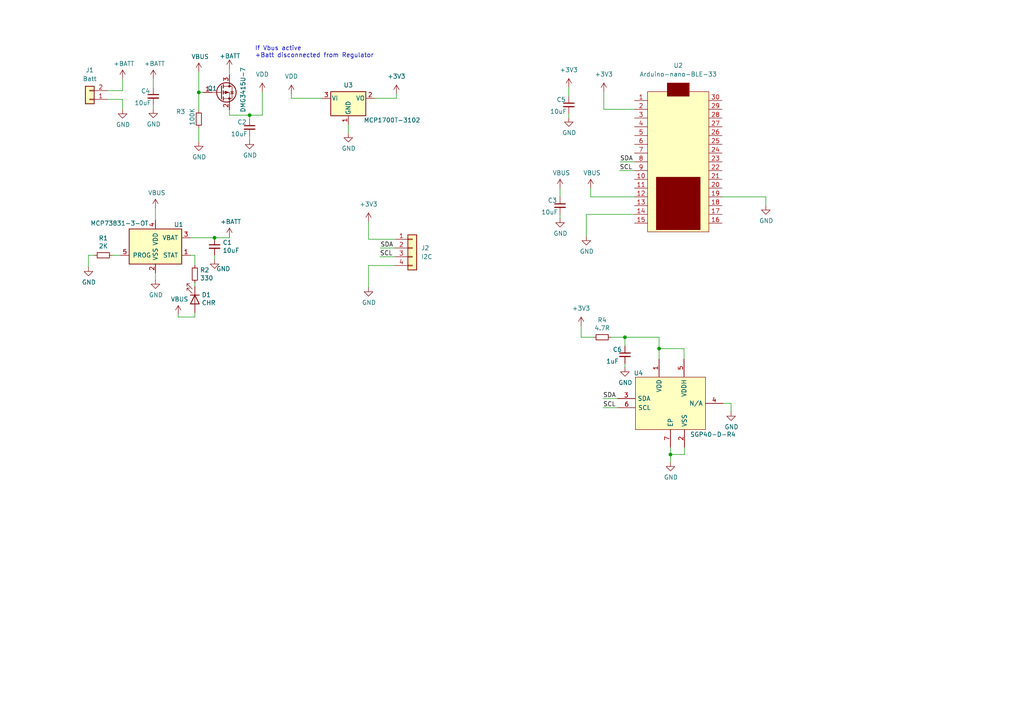
<source format=kicad_sch>
(kicad_sch (version 20211123) (generator eeschema)

  (uuid e63e39d7-6ac0-4ffd-8aa3-1841a4541b55)

  (paper "A4")

  (lib_symbols
    (symbol "Bast_WAN-rescue:DMG2301L-Transistor_FET" (pin_names (offset 0) hide) (in_bom yes) (on_board yes)
      (property "Reference" "Q" (id 0) (at 5.08 1.905 0)
        (effects (font (size 1.27 1.27)) (justify left))
      )
      (property "Value" "DMG2301L-Transistor_FET" (id 1) (at 5.08 0 0)
        (effects (font (size 1.27 1.27)) (justify left))
      )
      (property "Footprint" "Package_TO_SOT_SMD:SOT-23" (id 2) (at 5.08 -1.905 0)
        (effects (font (size 1.27 1.27) italic) (justify left) hide)
      )
      (property "Datasheet" "" (id 3) (at 0 0 0)
        (effects (font (size 1.27 1.27)) (justify left) hide)
      )
      (property "ki_fp_filters" "SOT?23*" (id 4) (at 0 0 0)
        (effects (font (size 1.27 1.27)) hide)
      )
      (symbol "DMG2301L-Transistor_FET_0_1"
        (polyline
          (pts
            (xy -2.54 0)
            (xy 0.254 0)
          )
          (stroke (width 0) (type default) (color 0 0 0 0))
          (fill (type none))
        )
        (polyline
          (pts
            (xy 0.762 -1.778)
            (xy 2.54 -1.778)
          )
          (stroke (width 0) (type default) (color 0 0 0 0))
          (fill (type none))
        )
        (polyline
          (pts
            (xy 0.762 -1.27)
            (xy 0.762 -2.286)
          )
          (stroke (width 0.254) (type default) (color 0 0 0 0))
          (fill (type none))
        )
        (polyline
          (pts
            (xy 0.762 0)
            (xy 2.54 0)
          )
          (stroke (width 0) (type default) (color 0 0 0 0))
          (fill (type none))
        )
        (polyline
          (pts
            (xy 0.762 0.508)
            (xy 0.762 -0.508)
          )
          (stroke (width 0.254) (type default) (color 0 0 0 0))
          (fill (type none))
        )
        (polyline
          (pts
            (xy 0.762 1.778)
            (xy 2.54 1.778)
          )
          (stroke (width 0) (type default) (color 0 0 0 0))
          (fill (type none))
        )
        (polyline
          (pts
            (xy 0.762 2.286)
            (xy 0.762 1.27)
          )
          (stroke (width 0.254) (type default) (color 0 0 0 0))
          (fill (type none))
        )
        (polyline
          (pts
            (xy 2.54 -1.778)
            (xy 2.54 -2.54)
          )
          (stroke (width 0) (type default) (color 0 0 0 0))
          (fill (type none))
        )
        (polyline
          (pts
            (xy 2.54 -1.778)
            (xy 2.54 0)
          )
          (stroke (width 0) (type default) (color 0 0 0 0))
          (fill (type none))
        )
        (polyline
          (pts
            (xy 2.54 2.54)
            (xy 2.54 1.778)
          )
          (stroke (width 0) (type default) (color 0 0 0 0))
          (fill (type none))
        )
        (polyline
          (pts
            (xy 0.254 1.905)
            (xy 0.254 -1.905)
            (xy 0.254 -1.905)
          )
          (stroke (width 0.254) (type default) (color 0 0 0 0))
          (fill (type none))
        )
        (polyline
          (pts
            (xy 2.286 0)
            (xy 1.27 -0.381)
            (xy 1.27 0.381)
            (xy 2.286 0)
          )
          (stroke (width 0) (type default) (color 0 0 0 0))
          (fill (type outline))
        )
        (polyline
          (pts
            (xy 2.54 -1.778)
            (xy 3.302 -1.778)
            (xy 3.302 1.778)
            (xy 2.54 1.778)
          )
          (stroke (width 0) (type default) (color 0 0 0 0))
          (fill (type none))
        )
        (polyline
          (pts
            (xy 2.794 -0.508)
            (xy 2.921 -0.381)
            (xy 3.683 -0.381)
            (xy 3.81 -0.254)
          )
          (stroke (width 0) (type default) (color 0 0 0 0))
          (fill (type none))
        )
        (polyline
          (pts
            (xy 3.302 -0.381)
            (xy 2.921 0.254)
            (xy 3.683 0.254)
            (xy 3.302 -0.381)
          )
          (stroke (width 0) (type default) (color 0 0 0 0))
          (fill (type none))
        )
        (circle (center 1.651 0) (radius 2.8194)
          (stroke (width 0.254) (type default) (color 0 0 0 0))
          (fill (type none))
        )
        (circle (center 2.54 -1.778) (radius 0.2794)
          (stroke (width 0) (type default) (color 0 0 0 0))
          (fill (type outline))
        )
        (circle (center 2.54 1.778) (radius 0.2794)
          (stroke (width 0) (type default) (color 0 0 0 0))
          (fill (type outline))
        )
      )
      (symbol "DMG2301L-Transistor_FET_1_1"
        (pin input line (at -5.08 0 0) (length 2.54)
          (name "G" (effects (font (size 1.27 1.27))))
          (number "1" (effects (font (size 1.27 1.27))))
        )
        (pin passive line (at 2.54 -5.08 90) (length 2.54)
          (name "S" (effects (font (size 1.27 1.27))))
          (number "2" (effects (font (size 1.27 1.27))))
        )
        (pin passive line (at 2.54 5.08 270) (length 2.54)
          (name "D" (effects (font (size 1.27 1.27))))
          (number "3" (effects (font (size 1.27 1.27))))
        )
      )
    )
    (symbol "Battery_Management:MCP73831-3-OT" (pin_names (offset 1.016)) (in_bom yes) (on_board yes)
      (property "Reference" "U" (id 0) (at -7.62 6.35 0)
        (effects (font (size 1.27 1.27)) (justify left))
      )
      (property "Value" "MCP73831-3-OT" (id 1) (at 1.27 6.35 0)
        (effects (font (size 1.27 1.27)) (justify left))
      )
      (property "Footprint" "Package_TO_SOT_SMD:SOT-23-5" (id 2) (at 1.27 -6.35 0)
        (effects (font (size 1.27 1.27) italic) (justify left) hide)
      )
      (property "Datasheet" "http://ww1.microchip.com/downloads/en/DeviceDoc/20001984g.pdf" (id 3) (at -3.81 -1.27 0)
        (effects (font (size 1.27 1.27)) hide)
      )
      (property "ki_keywords" "battery charger lithium" (id 4) (at 0 0 0)
        (effects (font (size 1.27 1.27)) hide)
      )
      (property "ki_description" "Single cell, Li-Ion/Li-Po charge management controller, 4.35V, Tri-State Status Output, in SOT23-5 package" (id 5) (at 0 0 0)
        (effects (font (size 1.27 1.27)) hide)
      )
      (property "ki_fp_filters" "SOT?23*" (id 6) (at 0 0 0)
        (effects (font (size 1.27 1.27)) hide)
      )
      (symbol "MCP73831-3-OT_0_1"
        (rectangle (start -7.62 5.08) (end 7.62 -5.08)
          (stroke (width 0.254) (type default) (color 0 0 0 0))
          (fill (type background))
        )
      )
      (symbol "MCP73831-3-OT_1_1"
        (pin output line (at 10.16 -2.54 180) (length 2.54)
          (name "STAT" (effects (font (size 1.27 1.27))))
          (number "1" (effects (font (size 1.27 1.27))))
        )
        (pin power_in line (at 0 -7.62 90) (length 2.54)
          (name "VSS" (effects (font (size 1.27 1.27))))
          (number "2" (effects (font (size 1.27 1.27))))
        )
        (pin power_out line (at 10.16 2.54 180) (length 2.54)
          (name "VBAT" (effects (font (size 1.27 1.27))))
          (number "3" (effects (font (size 1.27 1.27))))
        )
        (pin power_in line (at 0 7.62 270) (length 2.54)
          (name "VDD" (effects (font (size 1.27 1.27))))
          (number "4" (effects (font (size 1.27 1.27))))
        )
        (pin input line (at -10.16 -2.54 0) (length 2.54)
          (name "PROG" (effects (font (size 1.27 1.27))))
          (number "5" (effects (font (size 1.27 1.27))))
        )
      )
    )
    (symbol "Connector_Generic:Conn_01x02" (pin_names (offset 1.016) hide) (in_bom yes) (on_board yes)
      (property "Reference" "J" (id 0) (at 0 2.54 0)
        (effects (font (size 1.27 1.27)))
      )
      (property "Value" "Conn_01x02" (id 1) (at 0 -5.08 0)
        (effects (font (size 1.27 1.27)))
      )
      (property "Footprint" "" (id 2) (at 0 0 0)
        (effects (font (size 1.27 1.27)) hide)
      )
      (property "Datasheet" "~" (id 3) (at 0 0 0)
        (effects (font (size 1.27 1.27)) hide)
      )
      (property "ki_keywords" "connector" (id 4) (at 0 0 0)
        (effects (font (size 1.27 1.27)) hide)
      )
      (property "ki_description" "Generic connector, single row, 01x02, script generated (kicad-library-utils/schlib/autogen/connector/)" (id 5) (at 0 0 0)
        (effects (font (size 1.27 1.27)) hide)
      )
      (property "ki_fp_filters" "Connector*:*_1x??_*" (id 6) (at 0 0 0)
        (effects (font (size 1.27 1.27)) hide)
      )
      (symbol "Conn_01x02_1_1"
        (rectangle (start -1.27 -2.413) (end 0 -2.667)
          (stroke (width 0.1524) (type default) (color 0 0 0 0))
          (fill (type none))
        )
        (rectangle (start -1.27 0.127) (end 0 -0.127)
          (stroke (width 0.1524) (type default) (color 0 0 0 0))
          (fill (type none))
        )
        (rectangle (start -1.27 1.27) (end 1.27 -3.81)
          (stroke (width 0.254) (type default) (color 0 0 0 0))
          (fill (type background))
        )
        (pin passive line (at -5.08 0 0) (length 3.81)
          (name "Pin_1" (effects (font (size 1.27 1.27))))
          (number "1" (effects (font (size 1.27 1.27))))
        )
        (pin passive line (at -5.08 -2.54 0) (length 3.81)
          (name "Pin_2" (effects (font (size 1.27 1.27))))
          (number "2" (effects (font (size 1.27 1.27))))
        )
      )
    )
    (symbol "Connector_Generic:Conn_01x04" (pin_names (offset 1.016) hide) (in_bom yes) (on_board yes)
      (property "Reference" "J" (id 0) (at 0 5.08 0)
        (effects (font (size 1.27 1.27)))
      )
      (property "Value" "Conn_01x04" (id 1) (at 0 -7.62 0)
        (effects (font (size 1.27 1.27)))
      )
      (property "Footprint" "" (id 2) (at 0 0 0)
        (effects (font (size 1.27 1.27)) hide)
      )
      (property "Datasheet" "~" (id 3) (at 0 0 0)
        (effects (font (size 1.27 1.27)) hide)
      )
      (property "ki_keywords" "connector" (id 4) (at 0 0 0)
        (effects (font (size 1.27 1.27)) hide)
      )
      (property "ki_description" "Generic connector, single row, 01x04, script generated (kicad-library-utils/schlib/autogen/connector/)" (id 5) (at 0 0 0)
        (effects (font (size 1.27 1.27)) hide)
      )
      (property "ki_fp_filters" "Connector*:*_1x??_*" (id 6) (at 0 0 0)
        (effects (font (size 1.27 1.27)) hide)
      )
      (symbol "Conn_01x04_1_1"
        (rectangle (start -1.27 -4.953) (end 0 -5.207)
          (stroke (width 0.1524) (type default) (color 0 0 0 0))
          (fill (type none))
        )
        (rectangle (start -1.27 -2.413) (end 0 -2.667)
          (stroke (width 0.1524) (type default) (color 0 0 0 0))
          (fill (type none))
        )
        (rectangle (start -1.27 0.127) (end 0 -0.127)
          (stroke (width 0.1524) (type default) (color 0 0 0 0))
          (fill (type none))
        )
        (rectangle (start -1.27 2.667) (end 0 2.413)
          (stroke (width 0.1524) (type default) (color 0 0 0 0))
          (fill (type none))
        )
        (rectangle (start -1.27 3.81) (end 1.27 -6.35)
          (stroke (width 0.254) (type default) (color 0 0 0 0))
          (fill (type background))
        )
        (pin passive line (at -5.08 2.54 0) (length 3.81)
          (name "Pin_1" (effects (font (size 1.27 1.27))))
          (number "1" (effects (font (size 1.27 1.27))))
        )
        (pin passive line (at -5.08 0 0) (length 3.81)
          (name "Pin_2" (effects (font (size 1.27 1.27))))
          (number "2" (effects (font (size 1.27 1.27))))
        )
        (pin passive line (at -5.08 -2.54 0) (length 3.81)
          (name "Pin_3" (effects (font (size 1.27 1.27))))
          (number "3" (effects (font (size 1.27 1.27))))
        )
        (pin passive line (at -5.08 -5.08 0) (length 3.81)
          (name "Pin_4" (effects (font (size 1.27 1.27))))
          (number "4" (effects (font (size 1.27 1.27))))
        )
      )
    )
    (symbol "Device:C_Small" (pin_numbers hide) (pin_names (offset 0.254) hide) (in_bom yes) (on_board yes)
      (property "Reference" "C" (id 0) (at 0.254 1.778 0)
        (effects (font (size 1.27 1.27)) (justify left))
      )
      (property "Value" "C_Small" (id 1) (at 0.254 -2.032 0)
        (effects (font (size 1.27 1.27)) (justify left))
      )
      (property "Footprint" "" (id 2) (at 0 0 0)
        (effects (font (size 1.27 1.27)) hide)
      )
      (property "Datasheet" "~" (id 3) (at 0 0 0)
        (effects (font (size 1.27 1.27)) hide)
      )
      (property "ki_keywords" "capacitor cap" (id 4) (at 0 0 0)
        (effects (font (size 1.27 1.27)) hide)
      )
      (property "ki_description" "Unpolarized capacitor, small symbol" (id 5) (at 0 0 0)
        (effects (font (size 1.27 1.27)) hide)
      )
      (property "ki_fp_filters" "C_*" (id 6) (at 0 0 0)
        (effects (font (size 1.27 1.27)) hide)
      )
      (symbol "C_Small_0_1"
        (polyline
          (pts
            (xy -1.524 -0.508)
            (xy 1.524 -0.508)
          )
          (stroke (width 0.3302) (type default) (color 0 0 0 0))
          (fill (type none))
        )
        (polyline
          (pts
            (xy -1.524 0.508)
            (xy 1.524 0.508)
          )
          (stroke (width 0.3048) (type default) (color 0 0 0 0))
          (fill (type none))
        )
      )
      (symbol "C_Small_1_1"
        (pin passive line (at 0 2.54 270) (length 2.032)
          (name "~" (effects (font (size 1.27 1.27))))
          (number "1" (effects (font (size 1.27 1.27))))
        )
        (pin passive line (at 0 -2.54 90) (length 2.032)
          (name "~" (effects (font (size 1.27 1.27))))
          (number "2" (effects (font (size 1.27 1.27))))
        )
      )
    )
    (symbol "Device:LED" (pin_numbers hide) (pin_names (offset 1.016) hide) (in_bom yes) (on_board yes)
      (property "Reference" "D" (id 0) (at 0 2.54 0)
        (effects (font (size 1.27 1.27)))
      )
      (property "Value" "LED" (id 1) (at 0 -2.54 0)
        (effects (font (size 1.27 1.27)))
      )
      (property "Footprint" "" (id 2) (at 0 0 0)
        (effects (font (size 1.27 1.27)) hide)
      )
      (property "Datasheet" "~" (id 3) (at 0 0 0)
        (effects (font (size 1.27 1.27)) hide)
      )
      (property "ki_keywords" "LED diode" (id 4) (at 0 0 0)
        (effects (font (size 1.27 1.27)) hide)
      )
      (property "ki_description" "Light emitting diode" (id 5) (at 0 0 0)
        (effects (font (size 1.27 1.27)) hide)
      )
      (property "ki_fp_filters" "LED* LED_SMD:* LED_THT:*" (id 6) (at 0 0 0)
        (effects (font (size 1.27 1.27)) hide)
      )
      (symbol "LED_0_1"
        (polyline
          (pts
            (xy -1.27 -1.27)
            (xy -1.27 1.27)
          )
          (stroke (width 0.254) (type default) (color 0 0 0 0))
          (fill (type none))
        )
        (polyline
          (pts
            (xy -1.27 0)
            (xy 1.27 0)
          )
          (stroke (width 0) (type default) (color 0 0 0 0))
          (fill (type none))
        )
        (polyline
          (pts
            (xy 1.27 -1.27)
            (xy 1.27 1.27)
            (xy -1.27 0)
            (xy 1.27 -1.27)
          )
          (stroke (width 0.254) (type default) (color 0 0 0 0))
          (fill (type none))
        )
        (polyline
          (pts
            (xy -3.048 -0.762)
            (xy -4.572 -2.286)
            (xy -3.81 -2.286)
            (xy -4.572 -2.286)
            (xy -4.572 -1.524)
          )
          (stroke (width 0) (type default) (color 0 0 0 0))
          (fill (type none))
        )
        (polyline
          (pts
            (xy -1.778 -0.762)
            (xy -3.302 -2.286)
            (xy -2.54 -2.286)
            (xy -3.302 -2.286)
            (xy -3.302 -1.524)
          )
          (stroke (width 0) (type default) (color 0 0 0 0))
          (fill (type none))
        )
      )
      (symbol "LED_1_1"
        (pin passive line (at -3.81 0 0) (length 2.54)
          (name "K" (effects (font (size 1.27 1.27))))
          (number "1" (effects (font (size 1.27 1.27))))
        )
        (pin passive line (at 3.81 0 180) (length 2.54)
          (name "A" (effects (font (size 1.27 1.27))))
          (number "2" (effects (font (size 1.27 1.27))))
        )
      )
    )
    (symbol "Device:R_Small" (pin_numbers hide) (pin_names (offset 0.254) hide) (in_bom yes) (on_board yes)
      (property "Reference" "R" (id 0) (at 0.762 0.508 0)
        (effects (font (size 1.27 1.27)) (justify left))
      )
      (property "Value" "R_Small" (id 1) (at 0.762 -1.016 0)
        (effects (font (size 1.27 1.27)) (justify left))
      )
      (property "Footprint" "" (id 2) (at 0 0 0)
        (effects (font (size 1.27 1.27)) hide)
      )
      (property "Datasheet" "~" (id 3) (at 0 0 0)
        (effects (font (size 1.27 1.27)) hide)
      )
      (property "ki_keywords" "R resistor" (id 4) (at 0 0 0)
        (effects (font (size 1.27 1.27)) hide)
      )
      (property "ki_description" "Resistor, small symbol" (id 5) (at 0 0 0)
        (effects (font (size 1.27 1.27)) hide)
      )
      (property "ki_fp_filters" "R_*" (id 6) (at 0 0 0)
        (effects (font (size 1.27 1.27)) hide)
      )
      (symbol "R_Small_0_1"
        (rectangle (start -0.762 1.778) (end 0.762 -1.778)
          (stroke (width 0.2032) (type default) (color 0 0 0 0))
          (fill (type none))
        )
      )
      (symbol "R_Small_1_1"
        (pin passive line (at 0 2.54 270) (length 0.762)
          (name "~" (effects (font (size 1.27 1.27))))
          (number "1" (effects (font (size 1.27 1.27))))
        )
        (pin passive line (at 0 -2.54 90) (length 0.762)
          (name "~" (effects (font (size 1.27 1.27))))
          (number "2" (effects (font (size 1.27 1.27))))
        )
      )
    )
    (symbol "Regulator_Linear:MCP1700-3302E_SOT23" (pin_names (offset 0.254)) (in_bom yes) (on_board yes)
      (property "Reference" "U" (id 0) (at -3.81 3.175 0)
        (effects (font (size 1.27 1.27)))
      )
      (property "Value" "MCP1700-3302E_SOT23" (id 1) (at 0 3.175 0)
        (effects (font (size 1.27 1.27)) (justify left))
      )
      (property "Footprint" "Package_TO_SOT_SMD:SOT-23" (id 2) (at 0 5.715 0)
        (effects (font (size 1.27 1.27)) hide)
      )
      (property "Datasheet" "http://ww1.microchip.com/downloads/en/DeviceDoc/20001826D.pdf" (id 3) (at 0 0 0)
        (effects (font (size 1.27 1.27)) hide)
      )
      (property "ki_keywords" "regulator linear ldo" (id 4) (at 0 0 0)
        (effects (font (size 1.27 1.27)) hide)
      )
      (property "ki_description" "250mA Low Quiscent Current LDO, 3.3V output, SOT-23" (id 5) (at 0 0 0)
        (effects (font (size 1.27 1.27)) hide)
      )
      (property "ki_fp_filters" "SOT?23*" (id 6) (at 0 0 0)
        (effects (font (size 1.27 1.27)) hide)
      )
      (symbol "MCP1700-3302E_SOT23_0_1"
        (rectangle (start -5.08 1.905) (end 5.08 -5.08)
          (stroke (width 0.254) (type default) (color 0 0 0 0))
          (fill (type background))
        )
      )
      (symbol "MCP1700-3302E_SOT23_1_1"
        (pin power_in line (at 0 -7.62 90) (length 2.54)
          (name "GND" (effects (font (size 1.27 1.27))))
          (number "1" (effects (font (size 1.27 1.27))))
        )
        (pin power_out line (at 7.62 0 180) (length 2.54)
          (name "VO" (effects (font (size 1.27 1.27))))
          (number "2" (effects (font (size 1.27 1.27))))
        )
        (pin power_in line (at -7.62 0 0) (length 2.54)
          (name "VI" (effects (font (size 1.27 1.27))))
          (number "3" (effects (font (size 1.27 1.27))))
        )
      )
    )
    (symbol "hack-it-back:Arduino-nano-BLE-33" (pin_names (offset 1.016) hide) (in_bom yes) (on_board yes)
      (property "Reference" "U" (id 0) (at 0 24.765 0)
        (effects (font (size 1.27 1.27)))
      )
      (property "Value" "Arduino-nano-BLE-33" (id 1) (at 1.27 -22.86 0)
        (effects (font (size 1.27 1.27)))
      )
      (property "Footprint" "hack-it-back:NANO_33_Footprint_SMD_Castell" (id 2) (at -8.255 -2.54 0)
        (effects (font (size 1.27 1.27)) hide)
      )
      (property "Datasheet" "~" (id 3) (at -8.255 -2.54 0)
        (effects (font (size 1.27 1.27)) hide)
      )
      (property "ki_keywords" "connector" (id 4) (at 0 0 0)
        (effects (font (size 1.27 1.27)) hide)
      )
      (property "ki_description" "Arduino NANO 33" (id 5) (at 0 0 0)
        (effects (font (size 1.27 1.27)) hide)
      )
      (property "ki_fp_filters" "Connector*:*_1x??_*" (id 6) (at 0 0 0)
        (effects (font (size 1.27 1.27)) hide)
      )
      (symbol "Arduino-nano-BLE-33_0_1"
        (rectangle (start -8.89 -20.32) (end 8.89 20.32)
          (stroke (width 0) (type default) (color 0 0 0 0))
          (fill (type background))
        )
        (rectangle (start -3.175 22.86) (end 3.175 19.05)
          (stroke (width 0) (type default) (color 0 0 0 0))
          (fill (type outline))
        )
        (rectangle (start 6.35 -19.685) (end -6.35 -4.445)
          (stroke (width 0) (type default) (color 0 0 0 0))
          (fill (type outline))
        )
      )
      (symbol "Arduino-nano-BLE-33_1_1"
        (pin passive line (at -12.7 17.78 0) (length 3.81)
          (name "1" (effects (font (size 1.27 1.27))))
          (number "1" (effects (font (size 1.27 1.27))))
        )
        (pin passive line (at -12.7 -5.08 0) (length 3.81)
          (name "10" (effects (font (size 1.27 1.27))))
          (number "10" (effects (font (size 1.27 1.27))))
        )
        (pin passive line (at -12.7 -7.62 0) (length 3.81)
          (name "11" (effects (font (size 1.27 1.27))))
          (number "11" (effects (font (size 1.27 1.27))))
        )
        (pin passive line (at -12.7 -10.16 0) (length 3.81)
          (name "12" (effects (font (size 1.27 1.27))))
          (number "12" (effects (font (size 1.27 1.27))))
        )
        (pin passive line (at -12.7 -12.7 0) (length 3.81)
          (name "13" (effects (font (size 1.27 1.27))))
          (number "13" (effects (font (size 1.27 1.27))))
        )
        (pin passive line (at -12.7 -15.24 0) (length 3.81)
          (name "14" (effects (font (size 1.27 1.27))))
          (number "14" (effects (font (size 1.27 1.27))))
        )
        (pin passive line (at -12.7 -17.78 0) (length 3.81)
          (name "15" (effects (font (size 1.27 1.27))))
          (number "15" (effects (font (size 1.27 1.27))))
        )
        (pin passive line (at 12.7 -17.78 180) (length 3.81)
          (name "16" (effects (font (size 1.27 1.27))))
          (number "16" (effects (font (size 1.27 1.27))))
        )
        (pin passive line (at 12.7 -15.24 180) (length 3.81)
          (name "17" (effects (font (size 1.27 1.27))))
          (number "17" (effects (font (size 1.27 1.27))))
        )
        (pin passive line (at 12.7 -12.7 180) (length 3.81)
          (name "18" (effects (font (size 1.27 1.27))))
          (number "18" (effects (font (size 1.27 1.27))))
        )
        (pin passive line (at 12.7 -10.16 180) (length 3.81)
          (name "19" (effects (font (size 1.27 1.27))))
          (number "19" (effects (font (size 1.27 1.27))))
        )
        (pin passive line (at -12.7 15.24 0) (length 3.81)
          (name "2" (effects (font (size 1.27 1.27))))
          (number "2" (effects (font (size 1.27 1.27))))
        )
        (pin passive line (at 12.7 -7.62 180) (length 3.81)
          (name "20" (effects (font (size 1.27 1.27))))
          (number "20" (effects (font (size 1.27 1.27))))
        )
        (pin passive line (at 12.7 -5.08 180) (length 3.81)
          (name "21" (effects (font (size 1.27 1.27))))
          (number "21" (effects (font (size 1.27 1.27))))
        )
        (pin passive line (at 12.7 -2.54 180) (length 3.81)
          (name "22" (effects (font (size 1.27 1.27))))
          (number "22" (effects (font (size 1.27 1.27))))
        )
        (pin passive line (at 12.7 0 180) (length 3.81)
          (name "23" (effects (font (size 1.27 1.27))))
          (number "23" (effects (font (size 1.27 1.27))))
        )
        (pin passive line (at 12.7 2.54 180) (length 3.81)
          (name "24" (effects (font (size 1.27 1.27))))
          (number "24" (effects (font (size 1.27 1.27))))
        )
        (pin passive line (at 12.7 5.08 180) (length 3.81)
          (name "25" (effects (font (size 1.27 1.27))))
          (number "25" (effects (font (size 1.27 1.27))))
        )
        (pin passive line (at 12.7 7.62 180) (length 3.81)
          (name "26" (effects (font (size 1.27 1.27))))
          (number "26" (effects (font (size 1.27 1.27))))
        )
        (pin passive line (at 12.7 10.16 180) (length 3.81)
          (name "27" (effects (font (size 1.27 1.27))))
          (number "27" (effects (font (size 1.27 1.27))))
        )
        (pin passive line (at 12.7 12.7 180) (length 3.81)
          (name "28" (effects (font (size 1.27 1.27))))
          (number "28" (effects (font (size 1.27 1.27))))
        )
        (pin passive line (at 12.7 15.24 180) (length 3.81)
          (name "29" (effects (font (size 1.27 1.27))))
          (number "29" (effects (font (size 1.27 1.27))))
        )
        (pin passive line (at -12.7 12.7 0) (length 3.81)
          (name "3" (effects (font (size 1.27 1.27))))
          (number "3" (effects (font (size 1.27 1.27))))
        )
        (pin passive line (at 12.7 17.78 180) (length 3.81)
          (name "30" (effects (font (size 1.27 1.27))))
          (number "30" (effects (font (size 1.27 1.27))))
        )
        (pin passive line (at -12.7 10.16 0) (length 3.81)
          (name "4" (effects (font (size 1.27 1.27))))
          (number "4" (effects (font (size 1.27 1.27))))
        )
        (pin passive line (at -12.7 7.62 0) (length 3.81)
          (name "5" (effects (font (size 1.27 1.27))))
          (number "5" (effects (font (size 1.27 1.27))))
        )
        (pin passive line (at -12.7 5.08 0) (length 3.81)
          (name "6" (effects (font (size 1.27 1.27))))
          (number "6" (effects (font (size 1.27 1.27))))
        )
        (pin passive line (at -12.7 2.54 0) (length 3.81)
          (name "7" (effects (font (size 1.27 1.27))))
          (number "7" (effects (font (size 1.27 1.27))))
        )
        (pin passive line (at -12.7 0 0) (length 3.81)
          (name "8" (effects (font (size 1.27 1.27))))
          (number "8" (effects (font (size 1.27 1.27))))
        )
        (pin passive line (at -12.7 -2.54 0) (length 3.81)
          (name "9" (effects (font (size 1.27 1.27))))
          (number "9" (effects (font (size 1.27 1.27))))
        )
      )
    )
    (symbol "hack-it-back:SGP40-D-R4" (pin_names (offset 0.762)) (in_bom yes) (on_board yes)
      (property "Reference" "U" (id 0) (at 10.287 10.541 0)
        (effects (font (size 1.27 1.27)) (justify left))
      )
      (property "Value" "SGP40-D-R4" (id 1) (at 10.287 8.001 0)
        (effects (font (size 1.27 1.27)) (justify left))
      )
      (property "Footprint" "hack-it-back:SON80P244X244X95-7N" (id 2) (at 10.287 5.461 0)
        (effects (font (size 1.27 1.27)) (justify left) hide)
      )
      (property "Datasheet" "https://www.mouser.com/datasheet/2/682/Sensirion_Gas_Sensors_SGP40_Datasheet-1888696.pdf" (id 3) (at 10.287 2.921 0)
        (effects (font (size 1.27 1.27)) (justify left) hide)
      )
      (property "Description" "Air Quality Sensors Gas Sensor 2.5k pcs IC" (id 4) (at 10.287 0.381 0)
        (effects (font (size 1.27 1.27)) (justify left) hide)
      )
      (property "manf#" "SGP40-D-R4" (id 5) (at 10.287 -7.239 0)
        (effects (font (size 1.27 1.27)) (justify left) hide)
      )
      (symbol "SGP40-D-R4_0_0"
        (pin passive line (at -4.445 10.668 270) (length 5.08)
          (name "VDD" (effects (font (size 1.27 1.27))))
          (number "1" (effects (font (size 1.27 1.27))))
        )
        (pin passive line (at 2.921 -14.859 90) (length 5.08)
          (name "VSS" (effects (font (size 1.27 1.27))))
          (number "2" (effects (font (size 1.27 1.27))))
        )
        (pin passive line (at -16.51 -0.762 0) (length 5.08)
          (name "SDA" (effects (font (size 1.27 1.27))))
          (number "3" (effects (font (size 1.27 1.27))))
        )
        (pin passive line (at 14.097 -2.159 180) (length 5.08)
          (name "N/A" (effects (font (size 1.27 1.27))))
          (number "4" (effects (font (size 1.27 1.27))))
        )
        (pin passive line (at 2.794 10.668 270) (length 5.08)
          (name "VDDH" (effects (font (size 1.27 1.27))))
          (number "5" (effects (font (size 1.27 1.27))))
        )
        (pin passive line (at -16.383 -3.429 0) (length 5.08)
          (name "SCL" (effects (font (size 1.27 1.27))))
          (number "6" (effects (font (size 1.27 1.27))))
        )
        (pin passive line (at -1.143 -14.859 90) (length 5.08)
          (name "EP" (effects (font (size 1.27 1.27))))
          (number "7" (effects (font (size 1.27 1.27))))
        )
      )
      (symbol "SGP40-D-R4_0_1"
        (polyline
          (pts
            (xy -11.303 5.461)
            (xy 9.017 5.461)
            (xy 9.017 -9.779)
            (xy -11.303 -9.779)
            (xy -11.303 5.461)
          )
          (stroke (width 0.1524) (type default) (color 0 0 0 0))
          (fill (type background))
        )
      )
    )
    (symbol "power:+3.3V" (power) (pin_names (offset 0)) (in_bom yes) (on_board yes)
      (property "Reference" "#PWR" (id 0) (at 0 -3.81 0)
        (effects (font (size 1.27 1.27)) hide)
      )
      (property "Value" "+3.3V" (id 1) (at 0 3.556 0)
        (effects (font (size 1.27 1.27)))
      )
      (property "Footprint" "" (id 2) (at 0 0 0)
        (effects (font (size 1.27 1.27)) hide)
      )
      (property "Datasheet" "" (id 3) (at 0 0 0)
        (effects (font (size 1.27 1.27)) hide)
      )
      (property "ki_keywords" "power-flag" (id 4) (at 0 0 0)
        (effects (font (size 1.27 1.27)) hide)
      )
      (property "ki_description" "Power symbol creates a global label with name \"+3.3V\"" (id 5) (at 0 0 0)
        (effects (font (size 1.27 1.27)) hide)
      )
      (symbol "+3.3V_0_1"
        (polyline
          (pts
            (xy -0.762 1.27)
            (xy 0 2.54)
          )
          (stroke (width 0) (type default) (color 0 0 0 0))
          (fill (type none))
        )
        (polyline
          (pts
            (xy 0 0)
            (xy 0 2.54)
          )
          (stroke (width 0) (type default) (color 0 0 0 0))
          (fill (type none))
        )
        (polyline
          (pts
            (xy 0 2.54)
            (xy 0.762 1.27)
          )
          (stroke (width 0) (type default) (color 0 0 0 0))
          (fill (type none))
        )
      )
      (symbol "+3.3V_1_1"
        (pin power_in line (at 0 0 90) (length 0) hide
          (name "+3V3" (effects (font (size 1.27 1.27))))
          (number "1" (effects (font (size 1.27 1.27))))
        )
      )
    )
    (symbol "power:+BATT" (power) (pin_names (offset 0)) (in_bom yes) (on_board yes)
      (property "Reference" "#PWR" (id 0) (at 0 -3.81 0)
        (effects (font (size 1.27 1.27)) hide)
      )
      (property "Value" "+BATT" (id 1) (at 0 3.556 0)
        (effects (font (size 1.27 1.27)))
      )
      (property "Footprint" "" (id 2) (at 0 0 0)
        (effects (font (size 1.27 1.27)) hide)
      )
      (property "Datasheet" "" (id 3) (at 0 0 0)
        (effects (font (size 1.27 1.27)) hide)
      )
      (property "ki_keywords" "power-flag battery" (id 4) (at 0 0 0)
        (effects (font (size 1.27 1.27)) hide)
      )
      (property "ki_description" "Power symbol creates a global label with name \"+BATT\"" (id 5) (at 0 0 0)
        (effects (font (size 1.27 1.27)) hide)
      )
      (symbol "+BATT_0_1"
        (polyline
          (pts
            (xy -0.762 1.27)
            (xy 0 2.54)
          )
          (stroke (width 0) (type default) (color 0 0 0 0))
          (fill (type none))
        )
        (polyline
          (pts
            (xy 0 0)
            (xy 0 2.54)
          )
          (stroke (width 0) (type default) (color 0 0 0 0))
          (fill (type none))
        )
        (polyline
          (pts
            (xy 0 2.54)
            (xy 0.762 1.27)
          )
          (stroke (width 0) (type default) (color 0 0 0 0))
          (fill (type none))
        )
      )
      (symbol "+BATT_1_1"
        (pin power_in line (at 0 0 90) (length 0) hide
          (name "+BATT" (effects (font (size 1.27 1.27))))
          (number "1" (effects (font (size 1.27 1.27))))
        )
      )
    )
    (symbol "power:GND" (power) (pin_names (offset 0)) (in_bom yes) (on_board yes)
      (property "Reference" "#PWR" (id 0) (at 0 -6.35 0)
        (effects (font (size 1.27 1.27)) hide)
      )
      (property "Value" "GND" (id 1) (at 0 -3.81 0)
        (effects (font (size 1.27 1.27)))
      )
      (property "Footprint" "" (id 2) (at 0 0 0)
        (effects (font (size 1.27 1.27)) hide)
      )
      (property "Datasheet" "" (id 3) (at 0 0 0)
        (effects (font (size 1.27 1.27)) hide)
      )
      (property "ki_keywords" "power-flag" (id 4) (at 0 0 0)
        (effects (font (size 1.27 1.27)) hide)
      )
      (property "ki_description" "Power symbol creates a global label with name \"GND\" , ground" (id 5) (at 0 0 0)
        (effects (font (size 1.27 1.27)) hide)
      )
      (symbol "GND_0_1"
        (polyline
          (pts
            (xy 0 0)
            (xy 0 -1.27)
            (xy 1.27 -1.27)
            (xy 0 -2.54)
            (xy -1.27 -1.27)
            (xy 0 -1.27)
          )
          (stroke (width 0) (type default) (color 0 0 0 0))
          (fill (type none))
        )
      )
      (symbol "GND_1_1"
        (pin power_in line (at 0 0 270) (length 0) hide
          (name "GND" (effects (font (size 1.27 1.27))))
          (number "1" (effects (font (size 1.27 1.27))))
        )
      )
    )
    (symbol "power:VBUS" (power) (pin_names (offset 0)) (in_bom yes) (on_board yes)
      (property "Reference" "#PWR" (id 0) (at 0 -3.81 0)
        (effects (font (size 1.27 1.27)) hide)
      )
      (property "Value" "VBUS" (id 1) (at 0 3.81 0)
        (effects (font (size 1.27 1.27)))
      )
      (property "Footprint" "" (id 2) (at 0 0 0)
        (effects (font (size 1.27 1.27)) hide)
      )
      (property "Datasheet" "" (id 3) (at 0 0 0)
        (effects (font (size 1.27 1.27)) hide)
      )
      (property "ki_keywords" "power-flag" (id 4) (at 0 0 0)
        (effects (font (size 1.27 1.27)) hide)
      )
      (property "ki_description" "Power symbol creates a global label with name \"VBUS\"" (id 5) (at 0 0 0)
        (effects (font (size 1.27 1.27)) hide)
      )
      (symbol "VBUS_0_1"
        (polyline
          (pts
            (xy -0.762 1.27)
            (xy 0 2.54)
          )
          (stroke (width 0) (type default) (color 0 0 0 0))
          (fill (type none))
        )
        (polyline
          (pts
            (xy 0 0)
            (xy 0 2.54)
          )
          (stroke (width 0) (type default) (color 0 0 0 0))
          (fill (type none))
        )
        (polyline
          (pts
            (xy 0 2.54)
            (xy 0.762 1.27)
          )
          (stroke (width 0) (type default) (color 0 0 0 0))
          (fill (type none))
        )
      )
      (symbol "VBUS_1_1"
        (pin power_in line (at 0 0 90) (length 0) hide
          (name "VBUS" (effects (font (size 1.27 1.27))))
          (number "1" (effects (font (size 1.27 1.27))))
        )
      )
    )
    (symbol "power:VDD" (power) (pin_names (offset 0)) (in_bom yes) (on_board yes)
      (property "Reference" "#PWR" (id 0) (at 0 -3.81 0)
        (effects (font (size 1.27 1.27)) hide)
      )
      (property "Value" "VDD" (id 1) (at 0 3.81 0)
        (effects (font (size 1.27 1.27)))
      )
      (property "Footprint" "" (id 2) (at 0 0 0)
        (effects (font (size 1.27 1.27)) hide)
      )
      (property "Datasheet" "" (id 3) (at 0 0 0)
        (effects (font (size 1.27 1.27)) hide)
      )
      (property "ki_keywords" "power-flag" (id 4) (at 0 0 0)
        (effects (font (size 1.27 1.27)) hide)
      )
      (property "ki_description" "Power symbol creates a global label with name \"VDD\"" (id 5) (at 0 0 0)
        (effects (font (size 1.27 1.27)) hide)
      )
      (symbol "VDD_0_1"
        (polyline
          (pts
            (xy -0.762 1.27)
            (xy 0 2.54)
          )
          (stroke (width 0) (type default) (color 0 0 0 0))
          (fill (type none))
        )
        (polyline
          (pts
            (xy 0 0)
            (xy 0 2.54)
          )
          (stroke (width 0) (type default) (color 0 0 0 0))
          (fill (type none))
        )
        (polyline
          (pts
            (xy 0 2.54)
            (xy 0.762 1.27)
          )
          (stroke (width 0) (type default) (color 0 0 0 0))
          (fill (type none))
        )
      )
      (symbol "VDD_1_1"
        (pin power_in line (at 0 0 90) (length 0) hide
          (name "VDD" (effects (font (size 1.27 1.27))))
          (number "1" (effects (font (size 1.27 1.27))))
        )
      )
    )
  )

  (junction (at 72.39 33.401) (diameter 0) (color 0 0 0 0)
    (uuid 0e7ddac4-03e6-4e9d-b08f-53b16ab61663)
  )
  (junction (at 57.658 26.797) (diameter 0) (color 0 0 0 0)
    (uuid 3828a834-b9e7-40de-ad65-104c5a416689)
  )
  (junction (at 191.1604 101.1174) (diameter 0) (color 0 0 0 0)
    (uuid 5f457939-1bf4-4315-b9cf-02c1784b6591)
  )
  (junction (at 181.2544 97.8154) (diameter 0) (color 0 0 0 0)
    (uuid 61d4fdd1-baa2-4ba0-a295-92dbd9961540)
  )
  (junction (at 194.4624 131.826) (diameter 0) (color 0 0 0 0)
    (uuid 9e15da78-92f4-46d5-b9ce-dfda5e5a3572)
  )
  (junction (at 62.23 68.961) (diameter 0) (color 0 0 0 0)
    (uuid ea753a91-a966-4ae5-9375-944fef3a5c1c)
  )

  (wire (pts (xy 181.2544 97.8154) (xy 181.2544 100.3554))
    (stroke (width 0) (type default) (color 0 0 0 0))
    (uuid 01f39bcd-8f60-488c-91c1-90063bf00174)
  )
  (wire (pts (xy 66.548 68.961) (xy 66.548 68.707))
    (stroke (width 0) (type default) (color 0 0 0 0))
    (uuid 024c0983-f562-49e2-85b0-5c7675975a7d)
  )
  (wire (pts (xy 222.123 57.0992) (xy 222.123 59.6392))
    (stroke (width 0) (type default) (color 0 0 0 0))
    (uuid 035e534a-bded-450d-ad8d-77e9e8389e95)
  )
  (wire (pts (xy 45.085 79.121) (xy 45.085 81.153))
    (stroke (width 0) (type default) (color 0 0 0 0))
    (uuid 0f6eb7ed-1229-45ce-9a7f-2ec1fa629238)
  )
  (wire (pts (xy 57.658 37.084) (xy 57.658 41.148))
    (stroke (width 0) (type default) (color 0 0 0 0))
    (uuid 1863b315-aeca-4b4b-8fbd-5b165c26d1ab)
  )
  (wire (pts (xy 162.433 54.5592) (xy 162.433 57.0992))
    (stroke (width 0) (type default) (color 0 0 0 0))
    (uuid 19651883-53bc-4260-8d8e-59a026ad1e1b)
  )
  (wire (pts (xy 84.5058 27.2288) (xy 84.5058 28.4988))
    (stroke (width 0) (type default) (color 0 0 0 0))
    (uuid 1b143320-ff1a-458b-afbe-172b2999a8c5)
  )
  (wire (pts (xy 179.832 46.9392) (xy 184.023 46.9392))
    (stroke (width 0) (type default) (color 0 0 0 0))
    (uuid 1f3dd671-b973-4373-871e-23d23284bfad)
  )
  (wire (pts (xy 56.515 83.058) (xy 56.515 82.042))
    (stroke (width 0) (type default) (color 0 0 0 0))
    (uuid 20b06891-0380-4c66-a225-788692dc0aa5)
  )
  (wire (pts (xy 174.9044 115.5954) (xy 179.0954 115.5954))
    (stroke (width 0) (type default) (color 0 0 0 0))
    (uuid 235c81a7-8b5b-4b68-84c8-0b00b55cb5b2)
  )
  (wire (pts (xy 101.0158 36.1188) (xy 101.0158 38.6588))
    (stroke (width 0) (type default) (color 0 0 0 0))
    (uuid 257ba0d7-1dce-4a7b-9e43-7b162a2eef5f)
  )
  (wire (pts (xy 34.925 74.041) (xy 32.512 74.041))
    (stroke (width 0) (type default) (color 0 0 0 0))
    (uuid 2cc18ecf-b6eb-4611-8094-768519fcd8ac)
  )
  (wire (pts (xy 66.548 33.401) (xy 66.548 31.877))
    (stroke (width 0) (type default) (color 0 0 0 0))
    (uuid 31b182bd-00e0-4e26-8bdc-9b0b64fac366)
  )
  (wire (pts (xy 209.423 57.0992) (xy 222.123 57.0992))
    (stroke (width 0) (type default) (color 0 0 0 0))
    (uuid 32edea3b-5465-4f2e-baec-5bad04b3e6f0)
  )
  (wire (pts (xy 168.5544 97.8154) (xy 172.1104 97.8154))
    (stroke (width 0) (type default) (color 0 0 0 0))
    (uuid 37ee6a46-d624-4891-b604-35a5f0b34ff2)
  )
  (wire (pts (xy 194.4624 131.826) (xy 194.4624 134.0358))
    (stroke (width 0) (type default) (color 0 0 0 0))
    (uuid 3dd07515-8638-4880-833e-29fcd29a2149)
  )
  (wire (pts (xy 106.8832 69.3928) (xy 114.5032 69.3928))
    (stroke (width 0) (type default) (color 0 0 0 0))
    (uuid 3eff264c-1093-440a-bc5d-e0a5e8b378aa)
  )
  (wire (pts (xy 35.56 28.829) (xy 31.115 28.829))
    (stroke (width 0) (type default) (color 0 0 0 0))
    (uuid 3f7531e5-97bd-4250-a506-5dafbed3aca0)
  )
  (wire (pts (xy 184.023 62.1792) (xy 170.053 62.1792))
    (stroke (width 0) (type default) (color 0 0 0 0))
    (uuid 4024ef8d-213c-4d52-b126-b6affcc62553)
  )
  (wire (pts (xy 55.245 68.961) (xy 62.23 68.961))
    (stroke (width 0) (type default) (color 0 0 0 0))
    (uuid 402c81b2-309a-4b15-8354-cc6154158649)
  )
  (wire (pts (xy 191.1604 97.8154) (xy 181.2544 97.8154))
    (stroke (width 0) (type default) (color 0 0 0 0))
    (uuid 420b0003-3c9c-4ef8-9dda-2e23b9cfd26d)
  )
  (wire (pts (xy 25.654 74.041) (xy 25.654 77.47))
    (stroke (width 0) (type default) (color 0 0 0 0))
    (uuid 4adb1441-bd19-4f00-9918-e0f6ce9c71ea)
  )
  (wire (pts (xy 57.658 26.797) (xy 57.658 32.004))
    (stroke (width 0) (type default) (color 0 0 0 0))
    (uuid 5080fa62-4305-4c76-bf9b-f336c4ecfe9d)
  )
  (wire (pts (xy 171.323 54.5592) (xy 171.323 57.0992))
    (stroke (width 0) (type default) (color 0 0 0 0))
    (uuid 5aeec4b7-7435-4af8-9a32-aa84c41d249f)
  )
  (wire (pts (xy 181.2544 105.4354) (xy 181.2544 106.5784))
    (stroke (width 0) (type default) (color 0 0 0 0))
    (uuid 62ee5bd4-d6fc-4387-acb2-b81d023f178a)
  )
  (wire (pts (xy 58.928 26.797) (xy 57.658 26.797))
    (stroke (width 0) (type default) (color 0 0 0 0))
    (uuid 63435f51-066e-4af3-8597-ce1a0bedcf2b)
  )
  (wire (pts (xy 72.39 34.417) (xy 72.39 33.401))
    (stroke (width 0) (type default) (color 0 0 0 0))
    (uuid 68acff39-aa57-4dd9-82fb-8a34eff1b116)
  )
  (wire (pts (xy 66.548 21.717) (xy 66.548 19.939))
    (stroke (width 0) (type default) (color 0 0 0 0))
    (uuid 70b9c74c-7d27-4b89-8c76-0b96e1849b41)
  )
  (wire (pts (xy 164.973 32.9692) (xy 164.973 34.1122))
    (stroke (width 0) (type default) (color 0 0 0 0))
    (uuid 7456d870-3403-4c27-8404-cecf6491417d)
  )
  (wire (pts (xy 72.39 33.401) (xy 66.548 33.401))
    (stroke (width 0) (type default) (color 0 0 0 0))
    (uuid 809483ae-b9ae-4337-aa6d-247885e156e4)
  )
  (wire (pts (xy 179.705 49.4792) (xy 184.023 49.4792))
    (stroke (width 0) (type default) (color 0 0 0 0))
    (uuid 811381f4-772f-4b0d-8bef-e02e7a34c83e)
  )
  (wire (pts (xy 57.658 26.797) (xy 57.658 20.828))
    (stroke (width 0) (type default) (color 0 0 0 0))
    (uuid 86c8bb99-d5c7-46c1-8945-d3bfb38704c0)
  )
  (wire (pts (xy 27.432 74.041) (xy 25.654 74.041))
    (stroke (width 0) (type default) (color 0 0 0 0))
    (uuid 87efe1fd-c343-492f-a9eb-285785222492)
  )
  (wire (pts (xy 171.323 57.0992) (xy 184.023 57.0992))
    (stroke (width 0) (type default) (color 0 0 0 0))
    (uuid 8abef30e-a6de-4db4-a733-ebee792d2acc)
  )
  (wire (pts (xy 76.073 26.6446) (xy 76.073 33.401))
    (stroke (width 0) (type default) (color 0 0 0 0))
    (uuid 8f6f1112-7140-4f1b-8a85-3c84fd0210d4)
  )
  (wire (pts (xy 162.433 62.1792) (xy 162.433 63.3222))
    (stroke (width 0) (type default) (color 0 0 0 0))
    (uuid 906c2b89-e0fe-4649-9791-22895d86e305)
  )
  (wire (pts (xy 194.4624 131.826) (xy 194.4624 129.6924))
    (stroke (width 0) (type default) (color 0 0 0 0))
    (uuid 91f6c048-54fb-4dec-8bb4-e4f4c6fe69bc)
  )
  (wire (pts (xy 56.515 90.678) (xy 56.515 91.948))
    (stroke (width 0) (type default) (color 0 0 0 0))
    (uuid 94a7c1a3-54c8-4297-a57a-4597590d0196)
  )
  (wire (pts (xy 198.5264 129.6924) (xy 198.5264 131.826))
    (stroke (width 0) (type default) (color 0 0 0 0))
    (uuid 9518226d-6fdb-4205-b4fa-f80d914f12ed)
  )
  (wire (pts (xy 114.9858 28.4988) (xy 108.6358 28.4988))
    (stroke (width 0) (type default) (color 0 0 0 0))
    (uuid 9847ba5d-a0da-4e06-9d76-a5a6bdba0b13)
  )
  (wire (pts (xy 110.3122 71.9328) (xy 114.5032 71.9328))
    (stroke (width 0) (type default) (color 0 0 0 0))
    (uuid 9a2317a8-ac00-4130-9201-2f787a7efac2)
  )
  (wire (pts (xy 198.3994 101.1174) (xy 198.3994 104.1654))
    (stroke (width 0) (type default) (color 0 0 0 0))
    (uuid 9a6c11e2-95e1-44f3-9517-31f899b5aae2)
  )
  (wire (pts (xy 45.085 63.881) (xy 45.085 60.325))
    (stroke (width 0) (type default) (color 0 0 0 0))
    (uuid 9e23441a-f768-412a-8bed-0a85ee490aa4)
  )
  (wire (pts (xy 51.689 91.948) (xy 51.689 91.186))
    (stroke (width 0) (type default) (color 0 0 0 0))
    (uuid a8b92f67-4a15-45b8-b54f-3a15776a55ba)
  )
  (wire (pts (xy 55.245 74.041) (xy 56.515 74.041))
    (stroke (width 0) (type default) (color 0 0 0 0))
    (uuid aa6b8cd6-ec5a-4313-9569-8b2b8c82e2d6)
  )
  (wire (pts (xy 62.23 68.961) (xy 66.548 68.961))
    (stroke (width 0) (type default) (color 0 0 0 0))
    (uuid aab5b2c5-8ca7-4b1b-9ada-e787cf4ffae1)
  )
  (wire (pts (xy 84.5058 28.4988) (xy 93.3958 28.4988))
    (stroke (width 0) (type default) (color 0 0 0 0))
    (uuid ab87e5e7-08ca-48e5-85a2-436293b28f4a)
  )
  (wire (pts (xy 62.23 74.041) (xy 62.23 75.311))
    (stroke (width 0) (type default) (color 0 0 0 0))
    (uuid adad7777-c1e1-4d73-9ddc-c95bd98629f9)
  )
  (wire (pts (xy 35.56 26.289) (xy 35.56 22.86))
    (stroke (width 0) (type default) (color 0 0 0 0))
    (uuid ae0874f8-455c-4ce3-b0b3-d2061d0602de)
  )
  (wire (pts (xy 106.8832 64.3128) (xy 106.8832 69.3928))
    (stroke (width 0) (type default) (color 0 0 0 0))
    (uuid aeec99c0-30e3-42bb-be53-b59dff391da5)
  )
  (wire (pts (xy 170.053 62.1792) (xy 170.053 68.5292))
    (stroke (width 0) (type default) (color 0 0 0 0))
    (uuid b352c9cb-4dea-4027-8b55-e54911293243)
  )
  (wire (pts (xy 191.1604 101.1174) (xy 191.1604 97.8154))
    (stroke (width 0) (type default) (color 0 0 0 0))
    (uuid b40689db-57cf-4e06-b52d-fcc993a49348)
  )
  (wire (pts (xy 175.133 26.6192) (xy 175.133 31.6992))
    (stroke (width 0) (type default) (color 0 0 0 0))
    (uuid b4d4fe3e-912e-406b-9e76-590da6142476)
  )
  (wire (pts (xy 44.45 22.86) (xy 44.45 25.4))
    (stroke (width 0) (type default) (color 0 0 0 0))
    (uuid b5662d3e-142c-487c-ae15-c3bcdd4a37ea)
  )
  (wire (pts (xy 56.515 74.041) (xy 56.515 76.962))
    (stroke (width 0) (type default) (color 0 0 0 0))
    (uuid baf9fe09-c0d8-43a3-b9b6-e37a031c2492)
  )
  (wire (pts (xy 191.1604 101.1174) (xy 191.1604 104.1654))
    (stroke (width 0) (type default) (color 0 0 0 0))
    (uuid c0100fe8-5acf-4b30-ae08-c61da84a2750)
  )
  (wire (pts (xy 164.973 25.3492) (xy 164.973 27.8892))
    (stroke (width 0) (type default) (color 0 0 0 0))
    (uuid c9b5c72b-d9b3-41cd-a3bb-75ce69e62adf)
  )
  (wire (pts (xy 168.5544 94.5134) (xy 168.5544 97.8154))
    (stroke (width 0) (type default) (color 0 0 0 0))
    (uuid cb7c846d-7b17-4e4d-8328-919a92359c57)
  )
  (wire (pts (xy 174.9044 118.2624) (xy 179.2224 118.2624))
    (stroke (width 0) (type default) (color 0 0 0 0))
    (uuid d58fda8d-045c-49a4-a14e-26ba40a9e9e3)
  )
  (wire (pts (xy 212.0392 119.4308) (xy 212.0392 116.9924))
    (stroke (width 0) (type default) (color 0 0 0 0))
    (uuid d5c273e9-74e8-43ab-a72c-9027b3872613)
  )
  (wire (pts (xy 35.56 31.75) (xy 35.56 28.829))
    (stroke (width 0) (type default) (color 0 0 0 0))
    (uuid d7147e10-0963-4e2f-86d3-891def9dd7ae)
  )
  (wire (pts (xy 198.5264 131.826) (xy 194.4624 131.826))
    (stroke (width 0) (type default) (color 0 0 0 0))
    (uuid d74439e1-78dd-43c6-b01a-1435cc7a1680)
  )
  (wire (pts (xy 56.515 91.948) (xy 51.689 91.948))
    (stroke (width 0) (type default) (color 0 0 0 0))
    (uuid db15cd25-c3ab-4994-9c54-1e78e14271b7)
  )
  (wire (pts (xy 114.9858 27.2288) (xy 114.9858 28.4988))
    (stroke (width 0) (type default) (color 0 0 0 0))
    (uuid dbefb299-d923-422c-97fc-44d315659a37)
  )
  (wire (pts (xy 110.1852 74.4728) (xy 114.5032 74.4728))
    (stroke (width 0) (type default) (color 0 0 0 0))
    (uuid df82a6a4-07bc-45a5-a417-a1bb8f8953de)
  )
  (wire (pts (xy 44.45 30.48) (xy 44.45 31.623))
    (stroke (width 0) (type default) (color 0 0 0 0))
    (uuid e1cdeb56-1db0-456a-9bd8-60f63304f719)
  )
  (wire (pts (xy 212.0392 116.9924) (xy 209.7024 116.9924))
    (stroke (width 0) (type default) (color 0 0 0 0))
    (uuid e4f31670-5126-4b6a-861d-c618946c648c)
  )
  (wire (pts (xy 72.39 33.401) (xy 76.073 33.401))
    (stroke (width 0) (type default) (color 0 0 0 0))
    (uuid ed428ab2-c5d4-4aa3-b6ac-1be6ec66b39c)
  )
  (wire (pts (xy 177.1904 97.8154) (xy 181.2544 97.8154))
    (stroke (width 0) (type default) (color 0 0 0 0))
    (uuid ee16bd96-17c0-4965-a1fd-9aec3339cc85)
  )
  (wire (pts (xy 106.8832 83.3628) (xy 106.8832 77.0128))
    (stroke (width 0) (type default) (color 0 0 0 0))
    (uuid f78d3925-6204-4cd6-b6c6-b466a7fffed7)
  )
  (wire (pts (xy 31.115 26.289) (xy 35.56 26.289))
    (stroke (width 0) (type default) (color 0 0 0 0))
    (uuid f8a0c20e-3ee0-4ef7-a315-766fcfd8586d)
  )
  (wire (pts (xy 106.8832 77.0128) (xy 114.5032 77.0128))
    (stroke (width 0) (type default) (color 0 0 0 0))
    (uuid f9138fb1-4e9b-4c0a-a6f1-bc9a6cdec635)
  )
  (wire (pts (xy 72.39 39.497) (xy 72.39 40.64))
    (stroke (width 0) (type default) (color 0 0 0 0))
    (uuid fdb77aa6-0967-4eb8-a3b3-0d88d8664514)
  )
  (wire (pts (xy 191.1604 101.1174) (xy 198.3994 101.1174))
    (stroke (width 0) (type default) (color 0 0 0 0))
    (uuid fe9cde43-a344-467c-a50c-3127adf0e3c1)
  )
  (wire (pts (xy 175.133 31.6992) (xy 184.023 31.6992))
    (stroke (width 0) (type default) (color 0 0 0 0))
    (uuid ff620cf5-4bb1-4ee8-96cb-b96b4848bba1)
  )

  (text "If Vbus active\n+Batt disconnected from Regulator" (at 73.9394 16.9164 0)
    (effects (font (size 1.27 1.27)) (justify left bottom))
    (uuid ac325b5c-f2ab-4e18-9c8b-ccfc3505c782)
  )

  (label "SDA" (at 174.9044 115.5954 0)
    (effects (font (size 1.27 1.27)) (justify left bottom))
    (uuid 01fb3de3-3798-4eee-acb1-2d43ca54f955)
  )
  (label "SCL" (at 174.9044 118.2624 0)
    (effects (font (size 1.27 1.27)) (justify left bottom))
    (uuid 10e8f782-772d-4fba-9b99-6230615df8db)
  )
  (label "SDA" (at 179.832 46.9392 0)
    (effects (font (size 1.27 1.27)) (justify left bottom))
    (uuid 721eced1-7601-448b-b032-57ae840a5bc6)
  )
  (label "SDA" (at 110.3122 71.9328 0)
    (effects (font (size 1.27 1.27)) (justify left bottom))
    (uuid 93b48a5c-03c1-4059-ad9f-dd657a34cb31)
  )
  (label "SCL" (at 179.705 49.4792 0)
    (effects (font (size 1.27 1.27)) (justify left bottom))
    (uuid bb30a1ab-4552-453e-850d-50bc465e6071)
  )
  (label "SCL" (at 110.1852 74.4728 0)
    (effects (font (size 1.27 1.27)) (justify left bottom))
    (uuid c2c7d0c4-3d15-4263-938c-9b5cb0c761d1)
  )

  (symbol (lib_id "power:+3.3V") (at 175.133 26.6192 0) (unit 1)
    (in_bom yes) (on_board yes) (fields_autoplaced)
    (uuid 02014f6b-e590-43fe-ae8c-0d3a0c6116e3)
    (property "Reference" "#PWR0117" (id 0) (at 175.133 30.4292 0)
      (effects (font (size 1.27 1.27)) hide)
    )
    (property "Value" "+3.3V" (id 1) (at 175.133 21.5392 0))
    (property "Footprint" "" (id 2) (at 175.133 26.6192 0)
      (effects (font (size 1.27 1.27)) hide)
    )
    (property "Datasheet" "" (id 3) (at 175.133 26.6192 0)
      (effects (font (size 1.27 1.27)) hide)
    )
    (pin "1" (uuid fa143245-d47f-4e94-b0b7-42eab6a55c5e))
  )

  (symbol (lib_id "power:GND") (at 106.8832 83.3628 0) (unit 1)
    (in_bom yes) (on_board yes)
    (uuid 0466ea65-fe62-413b-9b8e-429461b48ae8)
    (property "Reference" "#PWR011" (id 0) (at 106.8832 89.7128 0)
      (effects (font (size 1.27 1.27)) hide)
    )
    (property "Value" "GND" (id 1) (at 107.0102 87.757 0))
    (property "Footprint" "" (id 2) (at 106.8832 83.3628 0)
      (effects (font (size 1.27 1.27)) hide)
    )
    (property "Datasheet" "" (id 3) (at 106.8832 83.3628 0)
      (effects (font (size 1.27 1.27)) hide)
    )
    (pin "1" (uuid f93cbd37-2748-4b87-b426-350eb61e7957))
  )

  (symbol (lib_id "Device:LED") (at 56.515 86.868 270) (unit 1)
    (in_bom yes) (on_board yes)
    (uuid 0dc7d28a-d815-44bd-bc1e-709f2ce8a887)
    (property "Reference" "D1" (id 0) (at 58.4962 85.5218 90)
      (effects (font (size 1.27 1.27)) (justify left))
    )
    (property "Value" "CHR" (id 1) (at 58.4962 87.8332 90)
      (effects (font (size 1.27 1.27)) (justify left))
    )
    (property "Footprint" "LED_SMD:LED_0805_2012Metric_Pad1.15x1.40mm_HandSolder" (id 2) (at 56.515 86.868 0)
      (effects (font (size 1.27 1.27)) hide)
    )
    (property "Datasheet" "~" (id 3) (at 56.515 86.868 0)
      (effects (font (size 1.27 1.27)) hide)
    )
    (property "manf#" "NCD0805G1" (id 4) (at -128.397 38.862 0)
      (effects (font (size 1.27 1.27)) hide)
    )
    (pin "1" (uuid ff19b806-3ca4-4438-942d-76c01763e232))
    (pin "2" (uuid 2700c6d8-4661-4958-be0f-b42ce5421a4b))
  )

  (symbol (lib_id "Connector_Generic:Conn_01x02") (at 26.035 28.829 180) (unit 1)
    (in_bom yes) (on_board yes) (fields_autoplaced)
    (uuid 1078bddf-08aa-44c7-83d6-ae086f4001c5)
    (property "Reference" "J1" (id 0) (at 26.035 20.32 0))
    (property "Value" "Batt" (id 1) (at 26.035 22.86 0))
    (property "Footprint" "Connector_PinHeader_2.54mm:PinHeader_1x02_P2.54mm_Vertical" (id 2) (at 26.035 28.829 0)
      (effects (font (size 1.27 1.27)) hide)
    )
    (property "Datasheet" "~" (id 3) (at 26.035 28.829 0)
      (effects (font (size 1.27 1.27)) hide)
    )
    (pin "1" (uuid 485d8595-1e16-40d6-af83-0e60cec6eedb))
    (pin "2" (uuid 6d52b434-14cd-42bd-9df7-cedb3cb38f93))
  )

  (symbol (lib_id "power:GND") (at 25.654 77.47 0) (unit 1)
    (in_bom yes) (on_board yes)
    (uuid 15f62c24-08bc-44cd-b96a-554f83a4ba1e)
    (property "Reference" "#PWR0105" (id 0) (at 25.654 83.82 0)
      (effects (font (size 1.27 1.27)) hide)
    )
    (property "Value" "GND" (id 1) (at 25.781 81.8642 0))
    (property "Footprint" "" (id 2) (at 25.654 77.47 0)
      (effects (font (size 1.27 1.27)) hide)
    )
    (property "Datasheet" "" (id 3) (at 25.654 77.47 0)
      (effects (font (size 1.27 1.27)) hide)
    )
    (pin "1" (uuid 12e60b5c-9312-421e-a1f0-3ab5b3f20448))
  )

  (symbol (lib_id "Device:C_Small") (at 164.973 30.4292 0) (unit 1)
    (in_bom yes) (on_board yes)
    (uuid 18052aa4-650e-43ef-a81a-7b1f59f644e5)
    (property "Reference" "C5" (id 0) (at 161.417 28.9052 0)
      (effects (font (size 1.27 1.27)) (justify left))
    )
    (property "Value" "10uF" (id 1) (at 159.512 32.3342 0)
      (effects (font (size 1.27 1.27)) (justify left))
    )
    (property "Footprint" "Capacitor_SMD:C_0805_2012Metric" (id 2) (at 164.973 30.4292 0)
      (effects (font (size 1.27 1.27)) hide)
    )
    (property "Datasheet" "~" (id 3) (at 164.973 30.4292 0)
      (effects (font (size 1.27 1.27)) hide)
    )
    (property "manf#" "GRM188R61C106MA73D" (id 4) (at 121.793 140.7922 0)
      (effects (font (size 1.27 1.27)) hide)
    )
    (pin "1" (uuid 78122701-3f85-4725-87c1-4256e560be09))
    (pin "2" (uuid 634bd017-a0d0-4a0f-b3a4-c88af4b9ffea))
  )

  (symbol (lib_id "power:GND") (at 212.0392 119.4308 0) (unit 1)
    (in_bom yes) (on_board yes)
    (uuid 1b82b3c7-787a-45c1-a45b-4bfe8516e1fe)
    (property "Reference" "#PWR015" (id 0) (at 212.0392 125.7808 0)
      (effects (font (size 1.27 1.27)) hide)
    )
    (property "Value" "GND" (id 1) (at 212.1662 123.825 0))
    (property "Footprint" "" (id 2) (at 212.0392 119.4308 0)
      (effects (font (size 1.27 1.27)) hide)
    )
    (property "Datasheet" "" (id 3) (at 212.0392 119.4308 0)
      (effects (font (size 1.27 1.27)) hide)
    )
    (pin "1" (uuid c1bbfc1e-49b4-409c-9b7a-0d720ff60d79))
  )

  (symbol (lib_id "Regulator_Linear:MCP1700-3302E_SOT23") (at 101.0158 28.4988 0) (unit 1)
    (in_bom yes) (on_board yes)
    (uuid 1b904b86-6e1b-4a67-ad43-4a9fbf07a058)
    (property "Reference" "U3" (id 0) (at 101.0158 24.6888 0))
    (property "Value" "MCP1700T-3102" (id 1) (at 113.7158 34.8488 0))
    (property "Footprint" "Package_TO_SOT_SMD:SOT-23" (id 2) (at 101.0158 22.7838 0)
      (effects (font (size 1.27 1.27)) hide)
    )
    (property "Datasheet" "http://ww1.microchip.com/downloads/en/DeviceDoc/20001826D.pdf" (id 3) (at 101.0158 28.4988 0)
      (effects (font (size 1.27 1.27)) hide)
    )
    (property "manf#" "MCP1700T-3102E/TT" (id 4) (at 101.0158 28.4988 0)
      (effects (font (size 1.27 1.27)) hide)
    )
    (pin "1" (uuid 29abc883-552b-4a6d-a8af-e563916d9d71))
    (pin "2" (uuid a29b74b9-5a76-48a0-909f-9b10334597d9))
    (pin "3" (uuid dc156e72-c81c-47f8-b33b-4d86c62d63c5))
  )

  (symbol (lib_id "power:GND") (at 57.658 41.148 0) (unit 1)
    (in_bom yes) (on_board yes)
    (uuid 1e39a5d8-1018-4236-a5e5-197193941761)
    (property "Reference" "#PWR0107" (id 0) (at 57.658 47.498 0)
      (effects (font (size 1.27 1.27)) hide)
    )
    (property "Value" "GND" (id 1) (at 57.785 45.5422 0))
    (property "Footprint" "" (id 2) (at 57.658 41.148 0)
      (effects (font (size 1.27 1.27)) hide)
    )
    (property "Datasheet" "" (id 3) (at 57.658 41.148 0)
      (effects (font (size 1.27 1.27)) hide)
    )
    (pin "1" (uuid 4a19feaf-293e-45f4-8592-93d51bca12ad))
  )

  (symbol (lib_id "power:+3.3V") (at 114.9858 27.2288 0) (unit 1)
    (in_bom yes) (on_board yes) (fields_autoplaced)
    (uuid 22761bda-504b-46bc-9fba-77ed1080e321)
    (property "Reference" "#PWR09" (id 0) (at 114.9858 31.0388 0)
      (effects (font (size 1.27 1.27)) hide)
    )
    (property "Value" "+3.3V" (id 1) (at 114.9858 22.1488 0))
    (property "Footprint" "" (id 2) (at 114.9858 27.2288 0)
      (effects (font (size 1.27 1.27)) hide)
    )
    (property "Datasheet" "" (id 3) (at 114.9858 27.2288 0)
      (effects (font (size 1.27 1.27)) hide)
    )
    (pin "1" (uuid a929ea85-44d5-447e-aafe-eb161675b1a1))
  )

  (symbol (lib_id "Device:R_Small") (at 57.658 34.544 0) (unit 1)
    (in_bom yes) (on_board yes)
    (uuid 27cd76c6-36fa-4c80-9d54-7f3ae31e686c)
    (property "Reference" "R3" (id 0) (at 51.054 32.385 0)
      (effects (font (size 1.27 1.27)) (justify left))
    )
    (property "Value" "100K" (id 1) (at 55.753 36.449 90)
      (effects (font (size 1.27 1.27)) (justify left))
    )
    (property "Footprint" "Resistor_SMD:R_0805_2012Metric" (id 2) (at 57.658 34.544 0)
      (effects (font (size 1.27 1.27)) hide)
    )
    (property "Datasheet" "~" (id 3) (at 57.658 34.544 0)
      (effects (font (size 1.27 1.27)) hide)
    )
    (property "manf#" "RC0603FR-07100KL" (id 4) (at 29.21 145.415 0)
      (effects (font (size 1.27 1.27)) hide)
    )
    (pin "1" (uuid fed780b5-cd52-45a5-b156-9f21406c8262))
    (pin "2" (uuid dfdbfaf8-44a3-4242-a2cc-29145d65e0d9))
  )

  (symbol (lib_id "power:GND") (at 44.45 31.623 0) (unit 1)
    (in_bom yes) (on_board yes)
    (uuid 3035b69f-9319-4e53-a384-26783ee4b6ed)
    (property "Reference" "#PWR04" (id 0) (at 44.45 37.973 0)
      (effects (font (size 1.27 1.27)) hide)
    )
    (property "Value" "GND" (id 1) (at 44.577 36.0172 0))
    (property "Footprint" "" (id 2) (at 44.45 31.623 0)
      (effects (font (size 1.27 1.27)) hide)
    )
    (property "Datasheet" "" (id 3) (at 44.45 31.623 0)
      (effects (font (size 1.27 1.27)) hide)
    )
    (pin "1" (uuid e4a094d7-1553-49e6-ab94-2b11dcbda5c6))
  )

  (symbol (lib_id "Device:C_Small") (at 44.45 27.94 0) (unit 1)
    (in_bom yes) (on_board yes)
    (uuid 32dc9d76-8d2a-42a5-a31c-4925e397c8a8)
    (property "Reference" "C4" (id 0) (at 40.894 26.416 0)
      (effects (font (size 1.27 1.27)) (justify left))
    )
    (property "Value" "10uF" (id 1) (at 38.989 29.845 0)
      (effects (font (size 1.27 1.27)) (justify left))
    )
    (property "Footprint" "Capacitor_SMD:C_0805_2012Metric" (id 2) (at 44.45 27.94 0)
      (effects (font (size 1.27 1.27)) hide)
    )
    (property "Datasheet" "~" (id 3) (at 44.45 27.94 0)
      (effects (font (size 1.27 1.27)) hide)
    )
    (property "manf#" "GRM188R61C106MA73D" (id 4) (at 1.27 138.303 0)
      (effects (font (size 1.27 1.27)) hide)
    )
    (pin "1" (uuid 6e1d4b93-a60c-4a0d-a63d-49b0c1f0c7fd))
    (pin "2" (uuid 076f633f-249b-4e42-9e65-75f9c3005ece))
  )

  (symbol (lib_id "power:+BATT") (at 44.45 22.86 0) (unit 1)
    (in_bom yes) (on_board yes)
    (uuid 44379e43-70bc-44cc-8b1f-be3c3281a877)
    (property "Reference" "#PWR03" (id 0) (at 44.45 26.67 0)
      (effects (font (size 1.27 1.27)) hide)
    )
    (property "Value" "+BATT" (id 1) (at 44.831 18.4658 0))
    (property "Footprint" "" (id 2) (at 44.45 22.86 0)
      (effects (font (size 1.27 1.27)) hide)
    )
    (property "Datasheet" "" (id 3) (at 44.45 22.86 0)
      (effects (font (size 1.27 1.27)) hide)
    )
    (pin "1" (uuid 490dc550-f73a-4b2e-af7c-d5a407aaa8d6))
  )

  (symbol (lib_id "Device:R_Small") (at 29.972 74.041 270) (unit 1)
    (in_bom yes) (on_board yes)
    (uuid 48ba1206-7eae-4b03-8559-c37473c24bfc)
    (property "Reference" "R1" (id 0) (at 29.972 69.0626 90))
    (property "Value" "2K" (id 1) (at 29.972 71.374 90))
    (property "Footprint" "Resistor_SMD:R_0805_2012Metric" (id 2) (at 29.972 74.041 0)
      (effects (font (size 1.27 1.27)) hide)
    )
    (property "Datasheet" "~" (id 3) (at 29.972 74.041 0)
      (effects (font (size 1.27 1.27)) hide)
    )
    (property "manf#" "RC0603JR-071KL" (id 4) (at -142.113 52.578 0)
      (effects (font (size 1.27 1.27)) hide)
    )
    (pin "1" (uuid eb65dca6-c8d0-4740-a8f3-d6566713ca0d))
    (pin "2" (uuid 9c8f63d6-574a-46dc-8001-308db6bb1ede))
  )

  (symbol (lib_id "power:VBUS") (at 171.323 54.5592 0) (unit 1)
    (in_bom yes) (on_board yes)
    (uuid 50de9127-6235-4cdc-9cf9-af6a110516ae)
    (property "Reference" "#PWR0111" (id 0) (at 171.323 58.3692 0)
      (effects (font (size 1.27 1.27)) hide)
    )
    (property "Value" "VBUS" (id 1) (at 171.704 50.165 0))
    (property "Footprint" "" (id 2) (at 171.323 54.5592 0)
      (effects (font (size 1.27 1.27)) hide)
    )
    (property "Datasheet" "" (id 3) (at 171.323 54.5592 0)
      (effects (font (size 1.27 1.27)) hide)
    )
    (pin "1" (uuid b8bc79f5-ead3-461e-a479-ace8852935cd))
  )

  (symbol (lib_id "power:VBUS") (at 162.433 54.5592 0) (unit 1)
    (in_bom yes) (on_board yes)
    (uuid 5c1fa9d0-3740-499c-abaa-b2e53e11dd5f)
    (property "Reference" "#PWR01" (id 0) (at 162.433 58.3692 0)
      (effects (font (size 1.27 1.27)) hide)
    )
    (property "Value" "VBUS" (id 1) (at 162.814 50.165 0))
    (property "Footprint" "" (id 2) (at 162.433 54.5592 0)
      (effects (font (size 1.27 1.27)) hide)
    )
    (property "Datasheet" "" (id 3) (at 162.433 54.5592 0)
      (effects (font (size 1.27 1.27)) hide)
    )
    (pin "1" (uuid 8d122ec8-2ac7-43b0-a391-461b51ecef74))
  )

  (symbol (lib_id "power:+3.3V") (at 164.973 25.3492 0) (unit 1)
    (in_bom yes) (on_board yes) (fields_autoplaced)
    (uuid 65f093c8-2fcb-42af-a676-7e6d555df439)
    (property "Reference" "#PWR05" (id 0) (at 164.973 29.1592 0)
      (effects (font (size 1.27 1.27)) hide)
    )
    (property "Value" "+3.3V" (id 1) (at 164.973 20.2692 0))
    (property "Footprint" "" (id 2) (at 164.973 25.3492 0)
      (effects (font (size 1.27 1.27)) hide)
    )
    (property "Datasheet" "" (id 3) (at 164.973 25.3492 0)
      (effects (font (size 1.27 1.27)) hide)
    )
    (pin "1" (uuid a130a718-36f7-45c3-bdba-e20050fddc47))
  )

  (symbol (lib_id "power:GND") (at 164.973 34.1122 0) (unit 1)
    (in_bom yes) (on_board yes)
    (uuid 69129877-1693-4868-8549-bf099aca6397)
    (property "Reference" "#PWR06" (id 0) (at 164.973 40.4622 0)
      (effects (font (size 1.27 1.27)) hide)
    )
    (property "Value" "GND" (id 1) (at 165.1 38.5064 0))
    (property "Footprint" "" (id 2) (at 164.973 34.1122 0)
      (effects (font (size 1.27 1.27)) hide)
    )
    (property "Datasheet" "" (id 3) (at 164.973 34.1122 0)
      (effects (font (size 1.27 1.27)) hide)
    )
    (pin "1" (uuid 27c1f600-2801-4bf3-bf37-7fba85fd0f45))
  )

  (symbol (lib_id "hack-it-back:SGP40-D-R4") (at 195.6054 114.8334 0) (unit 1)
    (in_bom yes) (on_board yes)
    (uuid 6a437212-8bd7-49b4-a79f-7f45b87dd8cf)
    (property "Reference" "U4" (id 0) (at 185.1914 108.2294 0))
    (property "Value" "SGP40-D-R4" (id 1) (at 206.7814 126.0094 0))
    (property "Footprint" "hack-it-back:SON80P244X244X95-7N" (id 2) (at 205.8924 109.3724 0)
      (effects (font (size 1.27 1.27)) (justify left) hide)
    )
    (property "Datasheet" "https://www.mouser.com/datasheet/2/682/Sensirion_Gas_Sensors_SGP40_Datasheet-1888696.pdf" (id 3) (at 205.8924 111.9124 0)
      (effects (font (size 1.27 1.27)) (justify left) hide)
    )
    (property "Description" "Air Quality Sensors Gas Sensor 2.5k pcs IC" (id 4) (at 205.8924 114.4524 0)
      (effects (font (size 1.27 1.27)) (justify left) hide)
    )
    (property "manf#" "SGP40-D-R4" (id 5) (at 205.8924 122.0724 0)
      (effects (font (size 1.27 1.27)) (justify left) hide)
    )
    (pin "1" (uuid 717c69de-ff0b-493d-aa31-c165917eafd4))
    (pin "2" (uuid ad1be47b-d47d-4863-bdc6-ddbac7771f1e))
    (pin "3" (uuid 22a9a33e-91a5-449e-b14b-595049a06dcb))
    (pin "4" (uuid c5fac177-b806-42aa-9437-e771ace02b02))
    (pin "5" (uuid 022753e2-baf5-435a-bc81-c0d8e4349f01))
    (pin "6" (uuid ddaf2c19-0e5b-48ed-96a3-255fe73bbb70))
    (pin "7" (uuid 6f2203d9-c119-48a9-9917-bbcb985c6c8d))
  )

  (symbol (lib_id "Device:C_Small") (at 62.23 71.501 0) (unit 1)
    (in_bom yes) (on_board yes)
    (uuid 7a0fd63f-eb18-4634-870a-9d24d13c39f4)
    (property "Reference" "C1" (id 0) (at 64.5668 70.3326 0)
      (effects (font (size 1.27 1.27)) (justify left))
    )
    (property "Value" "10uF" (id 1) (at 64.5668 72.644 0)
      (effects (font (size 1.27 1.27)) (justify left))
    )
    (property "Footprint" "Capacitor_SMD:C_0805_2012Metric" (id 2) (at 62.23 71.501 0)
      (effects (font (size 1.27 1.27)) hide)
    )
    (property "Datasheet" "~" (id 3) (at 62.23 71.501 0)
      (effects (font (size 1.27 1.27)) hide)
    )
    (property "manf#" "GRM188R61C106MA73D" (id 4) (at 8.509 241.046 0)
      (effects (font (size 1.27 1.27)) hide)
    )
    (pin "1" (uuid 23f3d3e0-7ff6-413b-835a-bd7317e41eed))
    (pin "2" (uuid 70f29526-98ed-453a-a1be-5535d04781de))
  )

  (symbol (lib_id "power:+BATT") (at 66.548 19.939 0) (unit 1)
    (in_bom yes) (on_board yes)
    (uuid 7f8aa451-d0b7-4aae-9c60-5db1258809bb)
    (property "Reference" "#PWR0115" (id 0) (at 66.548 23.749 0)
      (effects (font (size 1.27 1.27)) hide)
    )
    (property "Value" "+BATT" (id 1) (at 66.675 16.256 0))
    (property "Footprint" "" (id 2) (at 66.548 19.939 0)
      (effects (font (size 1.27 1.27)) hide)
    )
    (property "Datasheet" "" (id 3) (at 66.548 19.939 0)
      (effects (font (size 1.27 1.27)) hide)
    )
    (pin "1" (uuid 0c21670b-c8f0-4984-8b94-7774c1633006))
  )

  (symbol (lib_id "power:VBUS") (at 57.658 20.828 0) (unit 1)
    (in_bom yes) (on_board yes)
    (uuid 8aca6ebe-5165-4776-be51-f41adf689cb5)
    (property "Reference" "#PWR0102" (id 0) (at 57.658 24.638 0)
      (effects (font (size 1.27 1.27)) hide)
    )
    (property "Value" "VBUS" (id 1) (at 58.039 16.4338 0))
    (property "Footprint" "" (id 2) (at 57.658 20.828 0)
      (effects (font (size 1.27 1.27)) hide)
    )
    (property "Datasheet" "" (id 3) (at 57.658 20.828 0)
      (effects (font (size 1.27 1.27)) hide)
    )
    (pin "1" (uuid 59fc0827-f690-467c-b7f2-1ed9c2084877))
  )

  (symbol (lib_id "power:GND") (at 181.2544 106.5784 0) (unit 1)
    (in_bom yes) (on_board yes)
    (uuid 8b2a0cae-03e8-4ebe-8317-9dffcb67fc98)
    (property "Reference" "#PWR013" (id 0) (at 181.2544 112.9284 0)
      (effects (font (size 1.27 1.27)) hide)
    )
    (property "Value" "GND" (id 1) (at 181.3814 110.9726 0))
    (property "Footprint" "" (id 2) (at 181.2544 106.5784 0)
      (effects (font (size 1.27 1.27)) hide)
    )
    (property "Datasheet" "" (id 3) (at 181.2544 106.5784 0)
      (effects (font (size 1.27 1.27)) hide)
    )
    (pin "1" (uuid cfc5d25f-2432-42bd-b8d9-10b0e2c1fd17))
  )

  (symbol (lib_id "power:+3.3V") (at 106.8832 64.3128 0) (unit 1)
    (in_bom yes) (on_board yes) (fields_autoplaced)
    (uuid 8eaba795-9173-4e42-a9d4-e93bcef5b718)
    (property "Reference" "#PWR010" (id 0) (at 106.8832 68.1228 0)
      (effects (font (size 1.27 1.27)) hide)
    )
    (property "Value" "+3.3V" (id 1) (at 106.8832 59.2328 0))
    (property "Footprint" "" (id 2) (at 106.8832 64.3128 0)
      (effects (font (size 1.27 1.27)) hide)
    )
    (property "Datasheet" "" (id 3) (at 106.8832 64.3128 0)
      (effects (font (size 1.27 1.27)) hide)
    )
    (pin "1" (uuid 8466543d-b50a-4001-8c39-3a414b925c59))
  )

  (symbol (lib_id "power:GND") (at 35.56 31.75 0) (unit 1)
    (in_bom yes) (on_board yes)
    (uuid 8fbe468f-3599-413f-872b-2ce19602dd86)
    (property "Reference" "#PWR0108" (id 0) (at 35.56 38.1 0)
      (effects (font (size 1.27 1.27)) hide)
    )
    (property "Value" "GND" (id 1) (at 35.687 36.1442 0))
    (property "Footprint" "" (id 2) (at 35.56 31.75 0)
      (effects (font (size 1.27 1.27)) hide)
    )
    (property "Datasheet" "" (id 3) (at 35.56 31.75 0)
      (effects (font (size 1.27 1.27)) hide)
    )
    (pin "1" (uuid 990a315c-0abb-418f-a321-fdb6a3484ef1))
  )

  (symbol (lib_id "power:VBUS") (at 51.689 91.186 0) (unit 1)
    (in_bom yes) (on_board yes)
    (uuid 9134218a-46f6-4f9b-b04d-ca24fcf18212)
    (property "Reference" "#PWR0103" (id 0) (at 51.689 94.996 0)
      (effects (font (size 1.27 1.27)) hide)
    )
    (property "Value" "VBUS" (id 1) (at 52.07 86.7918 0))
    (property "Footprint" "" (id 2) (at 51.689 91.186 0)
      (effects (font (size 1.27 1.27)) hide)
    )
    (property "Datasheet" "" (id 3) (at 51.689 91.186 0)
      (effects (font (size 1.27 1.27)) hide)
    )
    (pin "1" (uuid 9b1a85e8-f4fa-48b0-99c6-6fdc67a5ca40))
  )

  (symbol (lib_id "power:VDD") (at 84.5058 27.2288 0) (unit 1)
    (in_bom yes) (on_board yes) (fields_autoplaced)
    (uuid 922517da-4909-43c6-99fa-c793f3c4aaf1)
    (property "Reference" "#PWR0113" (id 0) (at 84.5058 31.0388 0)
      (effects (font (size 1.27 1.27)) hide)
    )
    (property "Value" "VDD" (id 1) (at 84.5058 22.1488 0))
    (property "Footprint" "" (id 2) (at 84.5058 27.2288 0)
      (effects (font (size 1.27 1.27)) hide)
    )
    (property "Datasheet" "" (id 3) (at 84.5058 27.2288 0)
      (effects (font (size 1.27 1.27)) hide)
    )
    (pin "1" (uuid aabb1234-a5d6-4616-937d-961a1a99c5a4))
  )

  (symbol (lib_id "Device:C_Small") (at 162.433 59.6392 0) (unit 1)
    (in_bom yes) (on_board yes)
    (uuid 926d378a-af62-423a-8cba-4c362db46818)
    (property "Reference" "C3" (id 0) (at 158.877 58.1152 0)
      (effects (font (size 1.27 1.27)) (justify left))
    )
    (property "Value" "10uF" (id 1) (at 156.972 61.5442 0)
      (effects (font (size 1.27 1.27)) (justify left))
    )
    (property "Footprint" "Capacitor_SMD:C_0805_2012Metric" (id 2) (at 162.433 59.6392 0)
      (effects (font (size 1.27 1.27)) hide)
    )
    (property "Datasheet" "~" (id 3) (at 162.433 59.6392 0)
      (effects (font (size 1.27 1.27)) hide)
    )
    (property "manf#" "GRM188R61C106MA73D" (id 4) (at 119.253 170.0022 0)
      (effects (font (size 1.27 1.27)) hide)
    )
    (pin "1" (uuid f6fb7439-7c3e-415e-bc2d-21c570944a96))
    (pin "2" (uuid 5bc368e5-c880-4925-a3ec-e60402cc2cd5))
  )

  (symbol (lib_id "power:VDD") (at 76.073 26.6446 0) (unit 1)
    (in_bom yes) (on_board yes) (fields_autoplaced)
    (uuid 9300c82c-2016-4f56-bc95-d69d339a5f20)
    (property "Reference" "#PWR0116" (id 0) (at 76.073 30.4546 0)
      (effects (font (size 1.27 1.27)) hide)
    )
    (property "Value" "VDD" (id 1) (at 76.073 21.5646 0))
    (property "Footprint" "" (id 2) (at 76.073 26.6446 0)
      (effects (font (size 1.27 1.27)) hide)
    )
    (property "Datasheet" "" (id 3) (at 76.073 26.6446 0)
      (effects (font (size 1.27 1.27)) hide)
    )
    (pin "1" (uuid a647670f-f8f7-4274-a8db-6787558180bf))
  )

  (symbol (lib_id "power:+BATT") (at 66.548 68.707 0) (unit 1)
    (in_bom yes) (on_board yes)
    (uuid 971eb0ac-e5bb-46c0-9b46-853c2856a9e4)
    (property "Reference" "#PWR0109" (id 0) (at 66.548 72.517 0)
      (effects (font (size 1.27 1.27)) hide)
    )
    (property "Value" "+BATT" (id 1) (at 66.929 64.3128 0))
    (property "Footprint" "" (id 2) (at 66.548 68.707 0)
      (effects (font (size 1.27 1.27)) hide)
    )
    (property "Datasheet" "" (id 3) (at 66.548 68.707 0)
      (effects (font (size 1.27 1.27)) hide)
    )
    (pin "1" (uuid 135591eb-14a8-46b7-8fe3-5420b865f8e1))
  )

  (symbol (lib_id "power:GND") (at 170.053 68.5292 0) (unit 1)
    (in_bom yes) (on_board yes)
    (uuid 98669aa2-be9c-4adc-86be-17a4cd8d1a77)
    (property "Reference" "#PWR0112" (id 0) (at 170.053 74.8792 0)
      (effects (font (size 1.27 1.27)) hide)
    )
    (property "Value" "GND" (id 1) (at 170.18 72.9234 0))
    (property "Footprint" "" (id 2) (at 170.053 68.5292 0)
      (effects (font (size 1.27 1.27)) hide)
    )
    (property "Datasheet" "" (id 3) (at 170.053 68.5292 0)
      (effects (font (size 1.27 1.27)) hide)
    )
    (pin "1" (uuid 852ce8ce-2cce-4301-9e52-ffabebeb94f3))
  )

  (symbol (lib_id "Battery_Management:MCP73831-3-OT") (at 45.085 71.501 0) (unit 1)
    (in_bom yes) (on_board yes)
    (uuid a3321956-7f50-4732-850b-fffdb122e8ff)
    (property "Reference" "U1" (id 0) (at 51.816 65.151 0))
    (property "Value" "MCP73831-3-OT" (id 1) (at 34.671 64.77 0))
    (property "Footprint" "Package_TO_SOT_SMD:SOT-23-5" (id 2) (at 46.355 77.851 0)
      (effects (font (size 1.27 1.27) italic) (justify left) hide)
    )
    (property "Datasheet" "http://ww1.microchip.com/downloads/en/DeviceDoc/20001984g.pdf" (id 3) (at 41.275 72.771 0)
      (effects (font (size 1.27 1.27)) hide)
    )
    (property "manf#" "MCP73831T-5ACI/OT" (id 4) (at 8.509 241.046 0)
      (effects (font (size 1.27 1.27)) hide)
    )
    (pin "1" (uuid 95cfa49f-a92f-4a83-8dac-87beab9624fa))
    (pin "2" (uuid 3d2335a1-3413-4886-b37d-3963224c76a4))
    (pin "3" (uuid f5414b97-3941-4bcc-b7f0-9fd5b17e7a75))
    (pin "4" (uuid 30fd08a6-efcd-4b62-be72-48f3394c41ec))
    (pin "5" (uuid 6d4d6169-bea4-4d95-926e-affd7017cf3b))
  )

  (symbol (lib_id "power:GND") (at 101.0158 38.6588 0) (unit 1)
    (in_bom yes) (on_board yes)
    (uuid a3bf54b6-0dcf-486b-a191-d0a10b4ab6da)
    (property "Reference" "#PWR08" (id 0) (at 101.0158 45.0088 0)
      (effects (font (size 1.27 1.27)) hide)
    )
    (property "Value" "GND" (id 1) (at 101.1428 43.053 0))
    (property "Footprint" "" (id 2) (at 101.0158 38.6588 0)
      (effects (font (size 1.27 1.27)) hide)
    )
    (property "Datasheet" "" (id 3) (at 101.0158 38.6588 0)
      (effects (font (size 1.27 1.27)) hide)
    )
    (pin "1" (uuid 9dec5cdb-a777-4d92-b6be-d25394d1580c))
  )

  (symbol (lib_id "power:GND") (at 162.433 63.3222 0) (unit 1)
    (in_bom yes) (on_board yes)
    (uuid a710e486-f614-48b5-85d6-cfb14e0021d6)
    (property "Reference" "#PWR02" (id 0) (at 162.433 69.6722 0)
      (effects (font (size 1.27 1.27)) hide)
    )
    (property "Value" "GND" (id 1) (at 162.56 67.7164 0))
    (property "Footprint" "" (id 2) (at 162.433 63.3222 0)
      (effects (font (size 1.27 1.27)) hide)
    )
    (property "Datasheet" "" (id 3) (at 162.433 63.3222 0)
      (effects (font (size 1.27 1.27)) hide)
    )
    (pin "1" (uuid d3146796-1d0e-4fbd-a678-b09497f5b940))
  )

  (symbol (lib_id "power:GND") (at 222.123 59.6392 0) (unit 1)
    (in_bom yes) (on_board yes)
    (uuid a8f5718a-9498-4816-a1ce-ace2140e0f78)
    (property "Reference" "#PWR07" (id 0) (at 222.123 65.9892 0)
      (effects (font (size 1.27 1.27)) hide)
    )
    (property "Value" "GND" (id 1) (at 222.25 64.0334 0))
    (property "Footprint" "" (id 2) (at 222.123 59.6392 0)
      (effects (font (size 1.27 1.27)) hide)
    )
    (property "Datasheet" "" (id 3) (at 222.123 59.6392 0)
      (effects (font (size 1.27 1.27)) hide)
    )
    (pin "1" (uuid d755c0e0-dc09-43a9-856a-28b0effebfdd))
  )

  (symbol (lib_id "Device:R_Small") (at 56.515 79.502 0) (unit 1)
    (in_bom yes) (on_board yes)
    (uuid b70eb7be-a1f3-4406-9947-3b2e3568fc25)
    (property "Reference" "R2" (id 0) (at 58.0136 78.3336 0)
      (effects (font (size 1.27 1.27)) (justify left))
    )
    (property "Value" "330" (id 1) (at 58.0136 80.645 0)
      (effects (font (size 1.27 1.27)) (justify left))
    )
    (property "Footprint" "Resistor_SMD:R_0805_2012Metric" (id 2) (at 56.515 79.502 0)
      (effects (font (size 1.27 1.27)) hide)
    )
    (property "Datasheet" "~" (id 3) (at 56.515 79.502 0)
      (effects (font (size 1.27 1.27)) hide)
    )
    (property "manf#" "RC0603FR-07330RL" (id 4) (at 8.509 257.048 0)
      (effects (font (size 1.27 1.27)) hide)
    )
    (pin "1" (uuid 7caa5a04-c2e9-4d83-af40-ab771ae6fbf1))
    (pin "2" (uuid 9fe0ea0d-3f26-47d6-9140-215bce920b75))
  )

  (symbol (lib_id "power:GND") (at 62.23 75.311 0) (unit 1)
    (in_bom yes) (on_board yes)
    (uuid c1e04d0b-d88c-4036-911f-6f8a7f0c069b)
    (property "Reference" "#PWR0110" (id 0) (at 62.23 81.661 0)
      (effects (font (size 1.27 1.27)) hide)
    )
    (property "Value" "GND" (id 1) (at 64.77 77.978 0))
    (property "Footprint" "" (id 2) (at 62.23 75.311 0)
      (effects (font (size 1.27 1.27)) hide)
    )
    (property "Datasheet" "" (id 3) (at 62.23 75.311 0)
      (effects (font (size 1.27 1.27)) hide)
    )
    (pin "1" (uuid 82f9bcbc-f65d-4480-99b4-2118d8066e1c))
  )

  (symbol (lib_id "Device:R_Small") (at 174.6504 97.8154 270) (unit 1)
    (in_bom yes) (on_board yes)
    (uuid c6f6cf5c-8b4c-4f21-915a-eb3061cf03d3)
    (property "Reference" "R4" (id 0) (at 174.6504 92.837 90))
    (property "Value" "4.7R" (id 1) (at 174.6504 95.1484 90))
    (property "Footprint" "Resistor_SMD:R_0805_2012Metric" (id 2) (at 174.6504 97.8154 0)
      (effects (font (size 1.27 1.27)) hide)
    )
    (property "Datasheet" "~" (id 3) (at 174.6504 97.8154 0)
      (effects (font (size 1.27 1.27)) hide)
    )
    (property "manf#" "RC0603JR-071KL" (id 4) (at 2.5654 76.3524 0)
      (effects (font (size 1.27 1.27)) hide)
    )
    (pin "1" (uuid 7d08da0b-aa56-4fd0-9e56-1760b10fa4de))
    (pin "2" (uuid 5b9227df-460c-4b56-8ec2-9d49f3d8241f))
  )

  (symbol (lib_id "Device:C_Small") (at 72.39 36.957 0) (unit 1)
    (in_bom yes) (on_board yes)
    (uuid c8a1d736-5b49-44ed-990b-ab61c1dac4ac)
    (property "Reference" "C2" (id 0) (at 68.834 35.433 0)
      (effects (font (size 1.27 1.27)) (justify left))
    )
    (property "Value" "10uF" (id 1) (at 66.929 38.862 0)
      (effects (font (size 1.27 1.27)) (justify left))
    )
    (property "Footprint" "Capacitor_SMD:C_0805_2012Metric" (id 2) (at 72.39 36.957 0)
      (effects (font (size 1.27 1.27)) hide)
    )
    (property "Datasheet" "~" (id 3) (at 72.39 36.957 0)
      (effects (font (size 1.27 1.27)) hide)
    )
    (property "manf#" "GRM188R61C106MA73D" (id 4) (at 29.21 147.32 0)
      (effects (font (size 1.27 1.27)) hide)
    )
    (pin "1" (uuid 7bd611e4-db36-4a30-b8c8-f57c59d0c7df))
    (pin "2" (uuid ffec9af0-bf33-4121-8bf6-9da8be3185c5))
  )

  (symbol (lib_id "power:GND") (at 45.085 81.153 0) (unit 1)
    (in_bom yes) (on_board yes)
    (uuid cb3bf553-7d6b-4d22-9b5b-a320c84b0607)
    (property "Reference" "#PWR0104" (id 0) (at 45.085 87.503 0)
      (effects (font (size 1.27 1.27)) hide)
    )
    (property "Value" "GND" (id 1) (at 45.212 85.5472 0))
    (property "Footprint" "" (id 2) (at 45.085 81.153 0)
      (effects (font (size 1.27 1.27)) hide)
    )
    (property "Datasheet" "" (id 3) (at 45.085 81.153 0)
      (effects (font (size 1.27 1.27)) hide)
    )
    (pin "1" (uuid 50a7ca27-01c1-43d1-98c4-bd77715b9756))
  )

  (symbol (lib_id "power:GND") (at 72.39 40.64 0) (unit 1)
    (in_bom yes) (on_board yes)
    (uuid d0b2c552-e477-4515-8d7c-95bd85ca6578)
    (property "Reference" "#PWR0114" (id 0) (at 72.39 46.99 0)
      (effects (font (size 1.27 1.27)) hide)
    )
    (property "Value" "GND" (id 1) (at 72.517 45.0342 0))
    (property "Footprint" "" (id 2) (at 72.39 40.64 0)
      (effects (font (size 1.27 1.27)) hide)
    )
    (property "Datasheet" "" (id 3) (at 72.39 40.64 0)
      (effects (font (size 1.27 1.27)) hide)
    )
    (pin "1" (uuid c4c78c02-48ba-4d62-ba5a-1ad4c0381616))
  )

  (symbol (lib_id "Bast_WAN-rescue:DMG2301L-Transistor_FET") (at 64.008 26.797 0) (unit 1)
    (in_bom yes) (on_board yes)
    (uuid db1baa59-d1ba-43d5-a94e-ebbeda151ddf)
    (property "Reference" "Q1" (id 0) (at 60.198 25.654 0)
      (effects (font (size 1.27 1.27)) (justify left))
    )
    (property "Value" "DMG3415U-7" (id 1) (at 70.485 32.639 90)
      (effects (font (size 1.27 1.27)) (justify left))
    )
    (property "Footprint" "Package_TO_SOT_SMD:SOT-23" (id 2) (at 69.088 28.702 0)
      (effects (font (size 1.27 1.27) italic) (justify left) hide)
    )
    (property "Datasheet" "https://www.diodes.com/assets/Datasheets/DMG2301L.pdf" (id 3) (at 64.008 26.797 0)
      (effects (font (size 1.27 1.27)) (justify left) hide)
    )
    (property "manf#" "DMG3415UQ-7" (id 4) (at 29.21 127 0)
      (effects (font (size 1.27 1.27)) hide)
    )
    (pin "1" (uuid d1366f23-d659-47fa-b355-ffb5155284a3))
    (pin "2" (uuid 01abb92a-cfa1-43f5-9ae3-47d1f14bad97))
    (pin "3" (uuid a5a6d092-7db5-441f-be31-79fc1294a227))
  )

  (symbol (lib_id "power:+BATT") (at 35.56 22.86 0) (unit 1)
    (in_bom yes) (on_board yes)
    (uuid dbd0c4e6-308c-4d41-b0f0-db9754e810bc)
    (property "Reference" "#PWR0101" (id 0) (at 35.56 26.67 0)
      (effects (font (size 1.27 1.27)) hide)
    )
    (property "Value" "+BATT" (id 1) (at 35.941 18.4658 0))
    (property "Footprint" "" (id 2) (at 35.56 22.86 0)
      (effects (font (size 1.27 1.27)) hide)
    )
    (property "Datasheet" "" (id 3) (at 35.56 22.86 0)
      (effects (font (size 1.27 1.27)) hide)
    )
    (pin "1" (uuid ef9a746c-d065-4177-8f58-39c5515d2fee))
  )

  (symbol (lib_id "hack-it-back:Arduino-nano-BLE-33") (at 196.723 46.9392 0) (unit 1)
    (in_bom yes) (on_board yes) (fields_autoplaced)
    (uuid e64bdd03-536b-45d8-9047-cdf38e8b5eff)
    (property "Reference" "U2" (id 0) (at 196.723 18.9992 0))
    (property "Value" "Arduino-nano-BLE-33" (id 1) (at 196.723 21.5392 0))
    (property "Footprint" "hack-it-back:NANO_33_Footprint_SMD_Castell" (id 2) (at 188.468 49.4792 0)
      (effects (font (size 1.27 1.27)) hide)
    )
    (property "Datasheet" "~" (id 3) (at 188.468 49.4792 0)
      (effects (font (size 1.27 1.27)) hide)
    )
    (pin "1" (uuid e33ebd8a-5a7d-494c-be4e-10794974b4fe))
    (pin "10" (uuid b853ec2f-1b2b-409d-88fb-3aa0e751969d))
    (pin "11" (uuid ecfba686-39fb-4b6a-8ce7-174d6472f0de))
    (pin "12" (uuid 9a8cffeb-a0a2-4a65-a8fa-4cc3dba9badc))
    (pin "13" (uuid 48b5c07e-c655-4545-b809-12557fceee16))
    (pin "14" (uuid 58b2a695-761e-4967-853f-536df67345ee))
    (pin "15" (uuid b0775910-9de4-4638-a075-5245eb1fd3ea))
    (pin "16" (uuid 344fba7a-acc9-40a3-acbc-571c9f8b5c29))
    (pin "17" (uuid 0af24939-32c8-4dce-8877-57ea79b1d058))
    (pin "18" (uuid 86cca591-a60f-4ef6-9622-e62c9948631c))
    (pin "19" (uuid 29265b06-3295-4593-adc9-6efaf7161eb1))
    (pin "2" (uuid 81e0e8ab-ceba-4822-89e3-0e528b8394ee))
    (pin "20" (uuid 1b92ff41-1e42-4d3f-aea7-e986eb0e9414))
    (pin "21" (uuid 54915ca9-efd8-44ef-a50b-cedb951547b0))
    (pin "22" (uuid 3f02b0a7-2deb-4dd3-9342-3d7b5e29e928))
    (pin "23" (uuid dd395b12-8dd7-4a00-9f27-a31e79f464f8))
    (pin "24" (uuid 0dba8fa9-61ad-4976-bf38-f2591ff5bc05))
    (pin "25" (uuid 17aadcb0-3cd2-4028-b556-8d0372217c76))
    (pin "26" (uuid 158c4386-4d8d-45ab-8a5d-23682db1fc8e))
    (pin "27" (uuid 54a5c5ed-853a-49b3-ab21-788960b14516))
    (pin "28" (uuid d6f0beb1-630b-4efe-a66b-bb87c09390ec))
    (pin "29" (uuid 719e5bc4-2202-4505-8364-1a26810bf1a7))
    (pin "3" (uuid c6bf58b3-b7c6-4d88-bb22-8e183fffe95e))
    (pin "30" (uuid 78495102-e9e2-4915-b220-33c5ac105fed))
    (pin "4" (uuid f13cd54c-c02a-4159-8232-4c5319bc964d))
    (pin "5" (uuid 43b7510d-591a-421c-87db-66af6d36015b))
    (pin "6" (uuid a7f9b1f4-7bdf-4dcd-bc16-b63f86fe18e8))
    (pin "7" (uuid 6e3b1332-5d1e-4847-ae1a-713aa1e87fe4))
    (pin "8" (uuid 3c24b103-f605-44ab-8363-ccd167996186))
    (pin "9" (uuid 48d34a60-720c-474a-946f-c42390b3b9d6))
  )

  (symbol (lib_id "power:+3.3V") (at 168.5544 94.5134 0) (unit 1)
    (in_bom yes) (on_board yes) (fields_autoplaced)
    (uuid e6d838cf-b55c-42ff-8404-aca511201cc8)
    (property "Reference" "#PWR012" (id 0) (at 168.5544 98.3234 0)
      (effects (font (size 1.27 1.27)) hide)
    )
    (property "Value" "+3.3V" (id 1) (at 168.5544 89.4334 0))
    (property "Footprint" "" (id 2) (at 168.5544 94.5134 0)
      (effects (font (size 1.27 1.27)) hide)
    )
    (property "Datasheet" "" (id 3) (at 168.5544 94.5134 0)
      (effects (font (size 1.27 1.27)) hide)
    )
    (pin "1" (uuid 9bffcef8-be14-4a08-81e9-c0ac3133080e))
  )

  (symbol (lib_id "power:VBUS") (at 45.085 60.325 0) (unit 1)
    (in_bom yes) (on_board yes)
    (uuid f21cdd0f-23b5-4a37-8dee-16a74fdf7268)
    (property "Reference" "#PWR0106" (id 0) (at 45.085 64.135 0)
      (effects (font (size 1.27 1.27)) hide)
    )
    (property "Value" "VBUS" (id 1) (at 45.466 55.9308 0))
    (property "Footprint" "" (id 2) (at 45.085 60.325 0)
      (effects (font (size 1.27 1.27)) hide)
    )
    (property "Datasheet" "" (id 3) (at 45.085 60.325 0)
      (effects (font (size 1.27 1.27)) hide)
    )
    (pin "1" (uuid eeb68434-19fa-42ba-91f4-98ea6ed3e61b))
  )

  (symbol (lib_id "Device:C_Small") (at 181.2544 102.8954 0) (unit 1)
    (in_bom yes) (on_board yes)
    (uuid f6236320-47da-46ce-99c0-9237c7d9840e)
    (property "Reference" "C6" (id 0) (at 177.6984 101.3714 0)
      (effects (font (size 1.27 1.27)) (justify left))
    )
    (property "Value" "1uF" (id 1) (at 175.7934 104.8004 0)
      (effects (font (size 1.27 1.27)) (justify left))
    )
    (property "Footprint" "Capacitor_SMD:C_0805_2012Metric" (id 2) (at 181.2544 102.8954 0)
      (effects (font (size 1.27 1.27)) hide)
    )
    (property "Datasheet" "~" (id 3) (at 181.2544 102.8954 0)
      (effects (font (size 1.27 1.27)) hide)
    )
    (property "manf#" "GRM188R61C106MA73D" (id 4) (at 138.0744 213.2584 0)
      (effects (font (size 1.27 1.27)) hide)
    )
    (pin "1" (uuid 2be2a557-9073-4c3b-b9e6-4d56257b2811))
    (pin "2" (uuid 2eaecb58-ef23-4b34-93b6-82f212227920))
  )

  (symbol (lib_id "Connector_Generic:Conn_01x04") (at 119.5832 71.9328 0) (unit 1)
    (in_bom yes) (on_board yes) (fields_autoplaced)
    (uuid f9e5248a-fb39-4d4b-8b25-4a8c0be402e1)
    (property "Reference" "J2" (id 0) (at 122.1232 71.9327 0)
      (effects (font (size 1.27 1.27)) (justify left))
    )
    (property "Value" "I2C" (id 1) (at 122.1232 74.4727 0)
      (effects (font (size 1.27 1.27)) (justify left))
    )
    (property "Footprint" "Connector_PinHeader_2.54mm:PinHeader_1x04_P2.54mm_Vertical" (id 2) (at 119.5832 71.9328 0)
      (effects (font (size 1.27 1.27)) hide)
    )
    (property "Datasheet" "~" (id 3) (at 119.5832 71.9328 0)
      (effects (font (size 1.27 1.27)) hide)
    )
    (pin "1" (uuid 9cc1167f-4802-4389-9696-45c763fddfce))
    (pin "2" (uuid 0b4415f7-8af8-47b6-9d9b-90d02b8baeee))
    (pin "3" (uuid a4587a6f-6dfa-4300-97ce-8e495a7aac5b))
    (pin "4" (uuid ff7ac0cb-f31b-417e-9005-930a8564c07e))
  )

  (symbol (lib_id "power:GND") (at 194.4624 134.0358 0) (unit 1)
    (in_bom yes) (on_board yes)
    (uuid ff660715-7eab-4c58-b2d8-1f0e378d8a76)
    (property "Reference" "#PWR014" (id 0) (at 194.4624 140.3858 0)
      (effects (font (size 1.27 1.27)) hide)
    )
    (property "Value" "GND" (id 1) (at 194.5894 138.43 0))
    (property "Footprint" "" (id 2) (at 194.4624 134.0358 0)
      (effects (font (size 1.27 1.27)) hide)
    )
    (property "Datasheet" "" (id 3) (at 194.4624 134.0358 0)
      (effects (font (size 1.27 1.27)) hide)
    )
    (pin "1" (uuid d6abfa7a-8384-4bef-99a4-8c41cba69513))
  )

  (sheet_instances
    (path "/" (page "1"))
  )

  (symbol_instances
    (path "/5c1fa9d0-3740-499c-abaa-b2e53e11dd5f"
      (reference "#PWR01") (unit 1) (value "VBUS") (footprint "")
    )
    (path "/a710e486-f614-48b5-85d6-cfb14e0021d6"
      (reference "#PWR02") (unit 1) (value "GND") (footprint "")
    )
    (path "/44379e43-70bc-44cc-8b1f-be3c3281a877"
      (reference "#PWR03") (unit 1) (value "+BATT") (footprint "")
    )
    (path "/3035b69f-9319-4e53-a384-26783ee4b6ed"
      (reference "#PWR04") (unit 1) (value "GND") (footprint "")
    )
    (path "/65f093c8-2fcb-42af-a676-7e6d555df439"
      (reference "#PWR05") (unit 1) (value "+3.3V") (footprint "")
    )
    (path "/69129877-1693-4868-8549-bf099aca6397"
      (reference "#PWR06") (unit 1) (value "GND") (footprint "")
    )
    (path "/a8f5718a-9498-4816-a1ce-ace2140e0f78"
      (reference "#PWR07") (unit 1) (value "GND") (footprint "")
    )
    (path "/a3bf54b6-0dcf-486b-a191-d0a10b4ab6da"
      (reference "#PWR08") (unit 1) (value "GND") (footprint "")
    )
    (path "/22761bda-504b-46bc-9fba-77ed1080e321"
      (reference "#PWR09") (unit 1) (value "+3.3V") (footprint "")
    )
    (path "/8eaba795-9173-4e42-a9d4-e93bcef5b718"
      (reference "#PWR010") (unit 1) (value "+3.3V") (footprint "")
    )
    (path "/0466ea65-fe62-413b-9b8e-429461b48ae8"
      (reference "#PWR011") (unit 1) (value "GND") (footprint "")
    )
    (path "/e6d838cf-b55c-42ff-8404-aca511201cc8"
      (reference "#PWR012") (unit 1) (value "+3.3V") (footprint "")
    )
    (path "/8b2a0cae-03e8-4ebe-8317-9dffcb67fc98"
      (reference "#PWR013") (unit 1) (value "GND") (footprint "")
    )
    (path "/ff660715-7eab-4c58-b2d8-1f0e378d8a76"
      (reference "#PWR014") (unit 1) (value "GND") (footprint "")
    )
    (path "/1b82b3c7-787a-45c1-a45b-4bfe8516e1fe"
      (reference "#PWR015") (unit 1) (value "GND") (footprint "")
    )
    (path "/dbd0c4e6-308c-4d41-b0f0-db9754e810bc"
      (reference "#PWR0101") (unit 1) (value "+BATT") (footprint "")
    )
    (path "/8aca6ebe-5165-4776-be51-f41adf689cb5"
      (reference "#PWR0102") (unit 1) (value "VBUS") (footprint "")
    )
    (path "/9134218a-46f6-4f9b-b04d-ca24fcf18212"
      (reference "#PWR0103") (unit 1) (value "VBUS") (footprint "")
    )
    (path "/cb3bf553-7d6b-4d22-9b5b-a320c84b0607"
      (reference "#PWR0104") (unit 1) (value "GND") (footprint "")
    )
    (path "/15f62c24-08bc-44cd-b96a-554f83a4ba1e"
      (reference "#PWR0105") (unit 1) (value "GND") (footprint "")
    )
    (path "/f21cdd0f-23b5-4a37-8dee-16a74fdf7268"
      (reference "#PWR0106") (unit 1) (value "VBUS") (footprint "")
    )
    (path "/1e39a5d8-1018-4236-a5e5-197193941761"
      (reference "#PWR0107") (unit 1) (value "GND") (footprint "")
    )
    (path "/8fbe468f-3599-413f-872b-2ce19602dd86"
      (reference "#PWR0108") (unit 1) (value "GND") (footprint "")
    )
    (path "/971eb0ac-e5bb-46c0-9b46-853c2856a9e4"
      (reference "#PWR0109") (unit 1) (value "+BATT") (footprint "")
    )
    (path "/c1e04d0b-d88c-4036-911f-6f8a7f0c069b"
      (reference "#PWR0110") (unit 1) (value "GND") (footprint "")
    )
    (path "/50de9127-6235-4cdc-9cf9-af6a110516ae"
      (reference "#PWR0111") (unit 1) (value "VBUS") (footprint "")
    )
    (path "/98669aa2-be9c-4adc-86be-17a4cd8d1a77"
      (reference "#PWR0112") (unit 1) (value "GND") (footprint "")
    )
    (path "/922517da-4909-43c6-99fa-c793f3c4aaf1"
      (reference "#PWR0113") (unit 1) (value "VDD") (footprint "")
    )
    (path "/d0b2c552-e477-4515-8d7c-95bd85ca6578"
      (reference "#PWR0114") (unit 1) (value "GND") (footprint "")
    )
    (path "/7f8aa451-d0b7-4aae-9c60-5db1258809bb"
      (reference "#PWR0115") (unit 1) (value "+BATT") (footprint "")
    )
    (path "/9300c82c-2016-4f56-bc95-d69d339a5f20"
      (reference "#PWR0116") (unit 1) (value "VDD") (footprint "")
    )
    (path "/02014f6b-e590-43fe-ae8c-0d3a0c6116e3"
      (reference "#PWR0117") (unit 1) (value "+3.3V") (footprint "")
    )
    (path "/7a0fd63f-eb18-4634-870a-9d24d13c39f4"
      (reference "C1") (unit 1) (value "10uF") (footprint "Capacitor_SMD:C_0805_2012Metric")
    )
    (path "/c8a1d736-5b49-44ed-990b-ab61c1dac4ac"
      (reference "C2") (unit 1) (value "10uF") (footprint "Capacitor_SMD:C_0805_2012Metric")
    )
    (path "/926d378a-af62-423a-8cba-4c362db46818"
      (reference "C3") (unit 1) (value "10uF") (footprint "Capacitor_SMD:C_0805_2012Metric")
    )
    (path "/32dc9d76-8d2a-42a5-a31c-4925e397c8a8"
      (reference "C4") (unit 1) (value "10uF") (footprint "Capacitor_SMD:C_0805_2012Metric")
    )
    (path "/18052aa4-650e-43ef-a81a-7b1f59f644e5"
      (reference "C5") (unit 1) (value "10uF") (footprint "Capacitor_SMD:C_0805_2012Metric")
    )
    (path "/f6236320-47da-46ce-99c0-9237c7d9840e"
      (reference "C6") (unit 1) (value "1uF") (footprint "Capacitor_SMD:C_0805_2012Metric")
    )
    (path "/0dc7d28a-d815-44bd-bc1e-709f2ce8a887"
      (reference "D1") (unit 1) (value "CHR") (footprint "LED_SMD:LED_0805_2012Metric_Pad1.15x1.40mm_HandSolder")
    )
    (path "/1078bddf-08aa-44c7-83d6-ae086f4001c5"
      (reference "J1") (unit 1) (value "Batt") (footprint "Connector_PinHeader_2.54mm:PinHeader_1x02_P2.54mm_Vertical")
    )
    (path "/f9e5248a-fb39-4d4b-8b25-4a8c0be402e1"
      (reference "J2") (unit 1) (value "I2C") (footprint "Connector_PinHeader_2.54mm:PinHeader_1x04_P2.54mm_Vertical")
    )
    (path "/db1baa59-d1ba-43d5-a94e-ebbeda151ddf"
      (reference "Q1") (unit 1) (value "DMG3415U-7") (footprint "Package_TO_SOT_SMD:SOT-23")
    )
    (path "/48ba1206-7eae-4b03-8559-c37473c24bfc"
      (reference "R1") (unit 1) (value "2K") (footprint "Resistor_SMD:R_0805_2012Metric")
    )
    (path "/b70eb7be-a1f3-4406-9947-3b2e3568fc25"
      (reference "R2") (unit 1) (value "330") (footprint "Resistor_SMD:R_0805_2012Metric")
    )
    (path "/27cd76c6-36fa-4c80-9d54-7f3ae31e686c"
      (reference "R3") (unit 1) (value "100K") (footprint "Resistor_SMD:R_0805_2012Metric")
    )
    (path "/c6f6cf5c-8b4c-4f21-915a-eb3061cf03d3"
      (reference "R4") (unit 1) (value "4.7R") (footprint "Resistor_SMD:R_0805_2012Metric")
    )
    (path "/a3321956-7f50-4732-850b-fffdb122e8ff"
      (reference "U1") (unit 1) (value "MCP73831-3-OT") (footprint "Package_TO_SOT_SMD:SOT-23-5")
    )
    (path "/e64bdd03-536b-45d8-9047-cdf38e8b5eff"
      (reference "U2") (unit 1) (value "Arduino-nano-BLE-33") (footprint "hack-it-back:NANO_33_Footprint_SMD_Castell")
    )
    (path "/1b904b86-6e1b-4a67-ad43-4a9fbf07a058"
      (reference "U3") (unit 1) (value "MCP1700T-3102") (footprint "Package_TO_SOT_SMD:SOT-23")
    )
    (path "/6a437212-8bd7-49b4-a79f-7f45b87dd8cf"
      (reference "U4") (unit 1) (value "SGP40-D-R4") (footprint "hack-it-back:SON80P244X244X95-7N")
    )
  )
)

</source>
